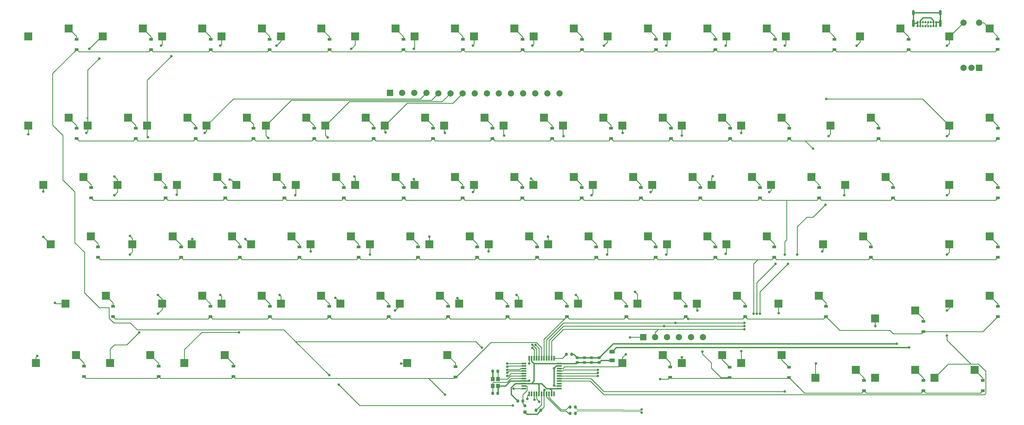
<source format=gbr>
%TF.GenerationSoftware,KiCad,Pcbnew,(6.0.0)*%
%TF.CreationDate,2022-01-14T20:24:59+07:00*%
%TF.ProjectId,fese75,66657365-3735-42e6-9b69-6361645f7063,rev?*%
%TF.SameCoordinates,Original*%
%TF.FileFunction,Copper,L2,Bot*%
%TF.FilePolarity,Positive*%
%FSLAX46Y46*%
G04 Gerber Fmt 4.6, Leading zero omitted, Abs format (unit mm)*
G04 Created by KiCad (PCBNEW (6.0.0)) date 2022-01-14 20:24:59*
%MOMM*%
%LPD*%
G01*
G04 APERTURE LIST*
G04 Aperture macros list*
%AMRoundRect*
0 Rectangle with rounded corners*
0 $1 Rounding radius*
0 $2 $3 $4 $5 $6 $7 $8 $9 X,Y pos of 4 corners*
0 Add a 4 corners polygon primitive as box body*
4,1,4,$2,$3,$4,$5,$6,$7,$8,$9,$2,$3,0*
0 Add four circle primitives for the rounded corners*
1,1,$1+$1,$2,$3*
1,1,$1+$1,$4,$5*
1,1,$1+$1,$6,$7*
1,1,$1+$1,$8,$9*
0 Add four rect primitives between the rounded corners*
20,1,$1+$1,$2,$3,$4,$5,0*
20,1,$1+$1,$4,$5,$6,$7,0*
20,1,$1+$1,$6,$7,$8,$9,0*
20,1,$1+$1,$8,$9,$2,$3,0*%
G04 Aperture macros list end*
%TA.AperFunction,SMDPad,CuDef*%
%ADD10R,2.550000X2.500000*%
%TD*%
%TA.AperFunction,ComponentPad*%
%ADD11C,1.000000*%
%TD*%
%TA.AperFunction,ComponentPad*%
%ADD12C,0.700000*%
%TD*%
%TA.AperFunction,ComponentPad*%
%ADD13O,0.900000X2.400000*%
%TD*%
%TA.AperFunction,ComponentPad*%
%ADD14O,0.900000X1.700000*%
%TD*%
%TA.AperFunction,ComponentPad*%
%ADD15R,1.000000X1.000000*%
%TD*%
%TA.AperFunction,SMDPad,CuDef*%
%ADD16R,1.200000X0.900000*%
%TD*%
%TA.AperFunction,ComponentPad*%
%ADD17C,2.000000*%
%TD*%
%TA.AperFunction,ComponentPad*%
%ADD18R,2.000000X2.000000*%
%TD*%
%TA.AperFunction,SMDPad,CuDef*%
%ADD19RoundRect,0.200000X-0.200000X-0.275000X0.200000X-0.275000X0.200000X0.275000X-0.200000X0.275000X0*%
%TD*%
%TA.AperFunction,SMDPad,CuDef*%
%ADD20RoundRect,0.200000X0.200000X0.275000X-0.200000X0.275000X-0.200000X-0.275000X0.200000X-0.275000X0*%
%TD*%
%TA.AperFunction,SMDPad,CuDef*%
%ADD21RoundRect,0.225000X0.250000X-0.225000X0.250000X0.225000X-0.250000X0.225000X-0.250000X-0.225000X0*%
%TD*%
%TA.AperFunction,SMDPad,CuDef*%
%ADD22RoundRect,0.225000X0.225000X0.250000X-0.225000X0.250000X-0.225000X-0.250000X0.225000X-0.250000X0*%
%TD*%
%TA.AperFunction,SMDPad,CuDef*%
%ADD23RoundRect,0.250000X0.625000X-0.375000X0.625000X0.375000X-0.625000X0.375000X-0.625000X-0.375000X0*%
%TD*%
%TA.AperFunction,SMDPad,CuDef*%
%ADD24RoundRect,0.225000X-0.225000X-0.250000X0.225000X-0.250000X0.225000X0.250000X-0.225000X0.250000X0*%
%TD*%
%TA.AperFunction,SMDPad,CuDef*%
%ADD25R,1.200000X1.400000*%
%TD*%
%TA.AperFunction,SMDPad,CuDef*%
%ADD26R,0.550000X1.500000*%
%TD*%
%TA.AperFunction,SMDPad,CuDef*%
%ADD27R,1.500000X0.550000*%
%TD*%
%TA.AperFunction,ViaPad*%
%ADD28C,0.800000*%
%TD*%
%TA.AperFunction,Conductor*%
%ADD29C,0.250000*%
%TD*%
%TA.AperFunction,Conductor*%
%ADD30C,0.254000*%
%TD*%
%TA.AperFunction,Conductor*%
%ADD31C,0.381000*%
%TD*%
%TA.AperFunction,Conductor*%
%ADD32C,0.200000*%
%TD*%
G04 APERTURE END LIST*
D10*
%TO.P,R1,1,COL*%
%TO.N,COL5*%
X121096250Y-105453750D03*
%TO.P,R1,2,ROW*%
%TO.N,Net-(D35-Pad2)*%
X134023250Y-102913750D03*
%TD*%
%TO.P,H1,1,COL*%
%TO.N,COL7*%
X163958750Y-124503750D03*
%TO.P,H1,2,ROW*%
%TO.N,Net-(D53-Pad2)*%
X176885750Y-121963750D03*
%TD*%
%TO.P,/1,1,COL*%
%TO.N,COL11*%
X249683750Y-143553750D03*
%TO.P,/1,2,ROW*%
%TO.N,Net-(/1-Pad2)*%
X262610750Y-141013750D03*
%TD*%
%TO.P,[1,1,COL*%
%TO.N,COL12*%
X254446250Y-105453750D03*
%TO.P,[1,2,ROW*%
%TO.N,Net-(D42-Pad2)*%
X267373250Y-102913750D03*
%TD*%
%TO.P,MX8,1,COL*%
%TO.N,COL9*%
X187771250Y-86403750D03*
%TO.P,MX8,2,ROW*%
%TO.N,Net-(D24-Pad2)*%
X200698250Y-83863750D03*
%TD*%
%TO.P,UP1,1,COL*%
%TO.N,COL14*%
X306833750Y-148316250D03*
%TO.P,UP1,2,ROW*%
%TO.N,Net-(D73-Pad2)*%
X319760750Y-145776250D03*
%TD*%
%TO.P,F7,1,COL*%
%TO.N,COL8*%
X178289106Y-57828750D03*
%TO.P,F7,2,ROW*%
%TO.N,Net-(D8-Pad2)*%
X191216106Y-55288750D03*
%TD*%
%TO.P,WIN1,1,COL*%
%TO.N,COL2*%
X61565000Y-162603750D03*
%TO.P,WIN1,2,ROW*%
%TO.N,Net-(D76-Pad2)*%
X74492000Y-160063750D03*
%TD*%
%TO.P,MX6,1,COL*%
%TO.N,COL7*%
X149671250Y-86403750D03*
%TO.P,MX6,2,ROW*%
%TO.N,Net-(D22-Pad2)*%
X162598250Y-83863750D03*
%TD*%
%TO.P,TAB1,1,COL*%
%TO.N,COL1*%
X40133750Y-105453750D03*
%TO.P,TAB1,2,ROW*%
%TO.N,Net-(D31-Pad2)*%
X53060750Y-102913750D03*
%TD*%
%TO.P,MX7,1,COL*%
%TO.N,COL8*%
X168721250Y-86403750D03*
%TO.P,MX7,2,ROW*%
%TO.N,Net-(D23-Pad2)*%
X181648250Y-83863750D03*
%TD*%
%TO.P,MX5,1,COL*%
%TO.N,COL6*%
X130621250Y-86403750D03*
%TO.P,MX5,2,ROW*%
%TO.N,Net-(D21-Pad2)*%
X143548250Y-83863750D03*
%TD*%
%TO.P,Q1,1,COL*%
%TO.N,COL2*%
X63946250Y-105453750D03*
%TO.P,Q1,2,ROW*%
%TO.N,Net-(D32-Pad2)*%
X76873250Y-102913750D03*
%TD*%
%TO.P,BACK1,1,COL*%
%TO.N,COL14*%
X292546250Y-86403750D03*
%TO.P,BACK1,2,ROW*%
%TO.N,Net-(BACK1-Pad2)*%
X305473250Y-83863750D03*
%TD*%
%TO.P,E1,1,COL*%
%TO.N,COL4*%
X102046250Y-105453750D03*
%TO.P,E1,2,ROW*%
%TO.N,Net-(D34-Pad2)*%
X114973250Y-102913750D03*
%TD*%
%TO.P,;1,1,COL*%
%TO.N,COL11*%
X240158750Y-124503750D03*
%TO.P,;1,2,ROW*%
%TO.N,Net-(;1-Pad2)*%
X253085750Y-121963750D03*
%TD*%
%TO.P,\u002C1,1,COL*%
%TO.N,COL9*%
X211583750Y-143553750D03*
%TO.P,\u002C1,2,ROW*%
%TO.N,Net-(\u002C1-Pad2)*%
X224510750Y-141013750D03*
%TD*%
%TO.P,P1,1,COL*%
%TO.N,COL11*%
X235396250Y-105453750D03*
%TO.P,P1,2,ROW*%
%TO.N,Net-(D41-Pad2)*%
X248323250Y-102913750D03*
%TD*%
%TO.P,ALT2,1,COL*%
%TO.N,COL10*%
X225871250Y-162603750D03*
%TO.P,ALT2,2,ROW*%
%TO.N,Net-(ALT2-Pad2)*%
X238798250Y-160063750D03*
%TD*%
%TO.P,X1,1,COL*%
%TO.N,COL3*%
X97283750Y-143553750D03*
%TO.P,X1,2,ROW*%
%TO.N,Net-(D63-Pad2)*%
X110210750Y-141013750D03*
%TD*%
%TO.P,ENTER1,1,COL*%
%TO.N,COL13*%
X290165000Y-124503750D03*
%TO.P,ENTER1,2,ROW*%
%TO.N,Net-(D59-Pad2)*%
X303092000Y-121963750D03*
%TD*%
D11*
%TO.P,TP1,1,1*%
%TO.N,Net-(R2-Pad2)*%
X194600000Y-176300000D03*
%TD*%
D10*
%TO.P,OPT3,1,COL*%
%TO.N,COL15*%
X330646250Y-105466250D03*
%TO.P,OPT3,2,ROW*%
%TO.N,Net-(D45-Pad2)*%
X343573250Y-102926250D03*
%TD*%
%TO.P,F5,1,COL*%
%TO.N,COL6*%
X140146250Y-57828750D03*
%TO.P,F5,2,ROW*%
%TO.N,Net-(D6-Pad2)*%
X153073250Y-55288750D03*
%TD*%
%TO.P,F9,1,COL*%
%TO.N,COL10*%
X221120656Y-57828750D03*
%TO.P,F9,2,ROW*%
%TO.N,Net-(D10-Pad2)*%
X234047656Y-55288750D03*
%TD*%
%TO.P,OPT2,1,COL*%
%TO.N,COL15*%
X330646250Y-86403750D03*
%TO.P,OPT2,2,ROW*%
%TO.N,Net-(D30-Pad2)*%
X343573250Y-83863750D03*
%TD*%
%TO.P,ALT1,1,COL*%
%TO.N,COL3*%
X85377500Y-162603750D03*
%TO.P,ALT1,2,ROW*%
%TO.N,Net-(ALT1-Pad2)*%
X98304500Y-160063750D03*
%TD*%
%TO.P,`~1,1,COL*%
%TO.N,COL1*%
X35371250Y-86403750D03*
%TO.P,`~1,2,ROW*%
%TO.N,Net-(D16-Pad2)*%
X48298250Y-83863750D03*
%TD*%
%TO.P,J1,1,COL*%
%TO.N,COL8*%
X183008750Y-124503750D03*
%TO.P,J1,2,ROW*%
%TO.N,Net-(D54-Pad2)*%
X195935750Y-121963750D03*
%TD*%
%TO.P,O1,1,COL*%
%TO.N,COL10*%
X216346250Y-105453750D03*
%TO.P,O1,2,ROW*%
%TO.N,Net-(D40-Pad2)*%
X229273250Y-102913750D03*
%TD*%
%TO.P,F13,1,COL*%
%TO.N,COL5*%
X125858750Y-124503750D03*
%TO.P,F13,2,ROW*%
%TO.N,Net-(D51-Pad2)*%
X138785750Y-121963750D03*
%TD*%
%TO.P,L1,1,COL*%
%TO.N,COL10*%
X221108750Y-124503750D03*
%TO.P,L1,2,ROW*%
%TO.N,Net-(D56-Pad2)*%
X234035750Y-121963750D03*
%TD*%
%TO.P,B1,1,COL*%
%TO.N,COL6*%
X154433750Y-143553750D03*
%TO.P,B1,2,ROW*%
%TO.N,Net-(B1-Pad2)*%
X167360750Y-141013750D03*
%TD*%
D12*
%TO.P,J2,A1,GND*%
%TO.N,GND*%
X326443750Y-54537500D03*
%TO.P,J2,A4,VBUS*%
%TO.N,VCC*%
X325593750Y-54537500D03*
%TO.P,J2,A5,CC1*%
%TO.N,unconnected-(J2-PadA5)*%
X324743750Y-54537500D03*
%TO.P,J2,A6,D+*%
%TO.N,D+*%
X323893750Y-54537500D03*
%TO.P,J2,A7,D-*%
%TO.N,D-*%
X323043750Y-54537500D03*
%TO.P,J2,A8,SBU1*%
%TO.N,unconnected-(J2-PadA8)*%
X322193750Y-54537500D03*
%TO.P,J2,A9,VBUS*%
%TO.N,VCC*%
X321343750Y-54537500D03*
%TO.P,J2,A12,GND*%
%TO.N,GND*%
X320493750Y-54537500D03*
%TO.P,J2,B1,GND*%
X320493750Y-53187500D03*
%TO.P,J2,B4,VBUS*%
%TO.N,VCC*%
X321343750Y-53187500D03*
%TO.P,J2,B5,CC2*%
%TO.N,unconnected-(J2-PadB5)*%
X322193750Y-53187500D03*
%TO.P,J2,B6,D+*%
%TO.N,D+*%
X323043750Y-53187500D03*
%TO.P,J2,B7,D-*%
%TO.N,D-*%
X323893750Y-53187500D03*
%TO.P,J2,B8,SBU2*%
%TO.N,unconnected-(J2-PadB8)*%
X324743750Y-53187500D03*
%TO.P,J2,B9,VBUS*%
%TO.N,VCC*%
X325593750Y-53187500D03*
%TO.P,J2,B12,GND*%
%TO.N,GND*%
X326443750Y-53187500D03*
D13*
%TO.P,J2,S1,SHIELD*%
X319143750Y-53557500D03*
X327793750Y-53557500D03*
D14*
X319143750Y-50177500D03*
X327793750Y-50177500D03*
%TD*%
D10*
%TO.P,MX9,1,COL*%
%TO.N,COL10*%
X206821250Y-86403750D03*
%TO.P,MX9,2,ROW*%
%TO.N,Net-(D25-Pad2)*%
X219748250Y-83863750D03*
%TD*%
%TO.P,SPACE1,1,COL*%
%TO.N,COL6*%
X156815000Y-162603750D03*
%TO.P,SPACE1,2,ROW*%
%TO.N,Net-(D78-Pad2)*%
X169742000Y-160063750D03*
%TD*%
%TO.P,F1,1,COL*%
%TO.N,COL2*%
X59183750Y-57828750D03*
%TO.P,F1,2,ROW*%
%TO.N,Net-(D2-Pad2)*%
X72110750Y-55288750D03*
%TD*%
%TO.P,DEL1,1,COL*%
%TO.N,COL14*%
X302071250Y-57828750D03*
%TO.P,DEL1,2,ROW*%
%TO.N,Net-(D14-Pad2)*%
X314998250Y-55288750D03*
%TD*%
%TO.P,D46,1,COL*%
%TO.N,COL4*%
X106808750Y-124503750D03*
%TO.P,D46,2,ROW*%
%TO.N,Net-(D46-Pad2)*%
X119735750Y-121963750D03*
%TD*%
%TO.P,U1,1,COL*%
%TO.N,COL8*%
X178246250Y-105453750D03*
%TO.P,U1,2,ROW*%
%TO.N,Net-(D38-Pad2)*%
X191173250Y-102913750D03*
%TD*%
%TO.P,V1,1,COL*%
%TO.N,COL5*%
X135383750Y-143553750D03*
%TO.P,V1,2,ROW*%
%TO.N,Net-(D65-Pad2)*%
X148310750Y-141013750D03*
%TD*%
%TO.P,G1,1,COL*%
%TO.N,COL6*%
X144908750Y-124503750D03*
%TO.P,G1,2,ROW*%
%TO.N,Net-(D52-Pad2)*%
X157835750Y-121963750D03*
%TD*%
%TO.P,Z1,1,COL*%
%TO.N,COL2*%
X78233750Y-143553750D03*
%TO.P,Z1,2,ROW*%
%TO.N,Net-(D62-Pad2)*%
X91160750Y-141013750D03*
%TD*%
%TO.P,'1,1,COL*%
%TO.N,COL12*%
X259208750Y-124503750D03*
%TO.P,'1,2,ROW*%
%TO.N,Net-('1-Pad2)*%
X272135750Y-121963750D03*
%TD*%
%TO.P,CTL1,1,COL*%
%TO.N,COL12*%
X263971250Y-162603750D03*
%TO.P,CTL1,2,ROW*%
%TO.N,Net-(CTL1-Pad2)*%
X276898250Y-160063750D03*
%TD*%
%TO.P,Y1,1,COL*%
%TO.N,COL7*%
X159196250Y-105453750D03*
%TO.P,Y1,2,ROW*%
%TO.N,Net-(D37-Pad2)*%
X172123250Y-102913750D03*
%TD*%
%TO.P,W1,1,COL*%
%TO.N,COL3*%
X82996250Y-105453750D03*
%TO.P,W1,2,ROW*%
%TO.N,Net-(D33-Pad2)*%
X95923250Y-102913750D03*
%TD*%
%TO.P,F3,1,COL*%
%TO.N,COL4*%
X97301309Y-57828750D03*
%TO.P,F3,2,ROW*%
%TO.N,Net-(D4-Pad2)*%
X110228309Y-55288750D03*
%TD*%
%TO.P,LEFT1,1,COL*%
%TO.N,COL13*%
X287765000Y-167347500D03*
%TO.P,LEFT1,2,ROW*%
%TO.N,Net-(D82-Pad2)*%
X300692000Y-164807500D03*
%TD*%
%TO.P,C1,1,COL*%
%TO.N,COL4*%
X116333750Y-143553750D03*
%TO.P,C1,2,ROW*%
%TO.N,Net-(C1-Pad2)*%
X129260750Y-141013750D03*
%TD*%
%TO.P,F8,1,COL*%
%TO.N,COL9*%
X197360534Y-57828750D03*
%TO.P,F8,2,ROW*%
%TO.N,Net-(D9-Pad2)*%
X210287534Y-55288750D03*
%TD*%
%TO.P,]1,1,COL*%
%TO.N,COL13*%
X273496250Y-105453750D03*
%TO.P,]1,2,ROW*%
%TO.N,Net-(D43-Pad2)*%
X286423250Y-102913750D03*
%TD*%
%TO.P,K1,1,COL*%
%TO.N,COL9*%
X202058750Y-124503750D03*
%TO.P,K1,2,ROW*%
%TO.N,Net-(D55-Pad2)*%
X214985750Y-121963750D03*
%TD*%
%TO.P,F4,1,COL*%
%TO.N,COL5*%
X116368868Y-57828750D03*
%TO.P,F4,2,ROW*%
%TO.N,Net-(D5-Pad2)*%
X129295868Y-55288750D03*
%TD*%
%TO.P,DOWN1,1,COL*%
%TO.N,COL14*%
X306833750Y-167366250D03*
%TO.P,DOWN1,2,ROW*%
%TO.N,Net-(D83-Pad2)*%
X319760750Y-164826250D03*
%TD*%
%TO.P,OPT5,1,COL*%
%TO.N,COL15*%
X330646250Y-143591250D03*
%TO.P,OPT5,2,ROW*%
%TO.N,Net-(D74-Pad2)*%
X343573250Y-141051250D03*
%TD*%
%TO.P,FN1,1,COL*%
%TO.N,COL11*%
X244921250Y-162603750D03*
%TO.P,FN1,2,ROW*%
%TO.N,Net-(D80-Pad2)*%
X257848250Y-160063750D03*
%TD*%
%TO.P,F12,1,COL*%
%TO.N,COL13*%
X278234938Y-57828750D03*
%TO.P,F12,2,ROW*%
%TO.N,Net-(D13-Pad2)*%
X291161938Y-55288750D03*
%TD*%
%TO.P,R_SHIFT1,1,COL*%
%TO.N,COL12*%
X275877500Y-143553750D03*
%TO.P,R_SHIFT1,2,ROW*%
%TO.N,Net-(D72-Pad2)*%
X288804500Y-141013750D03*
%TD*%
%TO.P,esc1,1,COL*%
%TO.N,COL1*%
X35371250Y-57828750D03*
%TO.P,esc1,2,ROW*%
%TO.N,Net-(D1-Pad2)*%
X48298250Y-55288750D03*
%TD*%
%TO.P,\u005C1,1,COL*%
%TO.N,COL14*%
X297308750Y-105453750D03*
%TO.P,\u005C1,2,ROW*%
%TO.N,Net-(D44-Pad2)*%
X310235750Y-102913750D03*
%TD*%
%TO.P,OPT4,1,COL*%
%TO.N,COL15*%
X330646250Y-124528750D03*
%TO.P,OPT4,2,ROW*%
%TO.N,Net-(D60-Pad2)*%
X343573250Y-121988750D03*
%TD*%
%TO.P,F11,1,COL*%
%TO.N,COL12*%
X259196844Y-57828750D03*
%TO.P,F11,2,ROW*%
%TO.N,Net-(D12-Pad2)*%
X272123844Y-55288750D03*
%TD*%
%TO.P,A1,1,COL*%
%TO.N,COL2*%
X68708750Y-124503750D03*
%TO.P,A1,2,ROW*%
%TO.N,Net-(A1-Pad2)*%
X81635750Y-121963750D03*
%TD*%
%TO.P,MX3,1,COL*%
%TO.N,COL4*%
X92521250Y-86403750D03*
%TO.P,MX3,2,ROW*%
%TO.N,Net-(D19-Pad2)*%
X105448250Y-83863750D03*
%TD*%
%TO.P,MX4,1,COL*%
%TO.N,COL5*%
X111571250Y-86403750D03*
%TO.P,MX4,2,ROW*%
%TO.N,Net-(D20-Pad2)*%
X124498250Y-83863750D03*
%TD*%
%TO.P,MX2,1,COL*%
%TO.N,COL3*%
X73471250Y-86403750D03*
%TO.P,MX2,2,ROW*%
%TO.N,Net-(D18-Pad2)*%
X86398250Y-83863750D03*
%TD*%
%TO.P,I1,1,COL*%
%TO.N,COL9*%
X197296250Y-105453750D03*
%TO.P,I1,2,ROW*%
%TO.N,Net-(D39-Pad2)*%
X210223250Y-102913750D03*
%TD*%
%TO.P,MX1,1,COL*%
%TO.N,COL2*%
X54421250Y-86403750D03*
%TO.P,MX1,2,ROW*%
%TO.N,Net-(D17-Pad2)*%
X67348250Y-83863750D03*
%TD*%
%TO.P,.1,1,COL*%
%TO.N,COL10*%
X230633750Y-143553750D03*
%TO.P,.1,2,ROW*%
%TO.N,Net-(.1-Pad2)*%
X243560750Y-141013750D03*
%TD*%
%TO.P,F6,1,COL*%
%TO.N,COL7*%
X159217678Y-57828750D03*
%TO.P,F6,2,ROW*%
%TO.N,Net-(D7-Pad2)*%
X172144678Y-55288750D03*
%TD*%
%TO.P,CAPS1,1,COL*%
%TO.N,COL1*%
X42515000Y-124503750D03*
%TO.P,CAPS1,2,ROW*%
%TO.N,Net-(CAPS1-Pad2)*%
X55442000Y-121963750D03*
%TD*%
%TO.P,RIGHT1,1,COL*%
%TO.N,COL15*%
X325883750Y-167366250D03*
%TO.P,RIGHT1,2,ROW*%
%TO.N,Net-(D84-Pad2)*%
X338810750Y-164826250D03*
%TD*%
%TO.P,L_SHIFT1,1,COL*%
%TO.N,COL1*%
X47277500Y-143553750D03*
%TO.P,L_SHIFT1,2,ROW*%
%TO.N,Net-(D61-Pad2)*%
X60204500Y-141013750D03*
%TD*%
%TO.P,F10,1,COL*%
%TO.N,COL11*%
X240158750Y-57828750D03*
%TO.P,F10,2,ROW*%
%TO.N,Net-(D11-Pad2)*%
X253085750Y-55288750D03*
%TD*%
%TO.P,M1,1,COL*%
%TO.N,COL8*%
X192533750Y-143553750D03*
%TO.P,M1,2,ROW*%
%TO.N,Net-(D68-Pad2)*%
X205460750Y-141013750D03*
%TD*%
%TO.P,+1,1,COL*%
%TO.N,COL13*%
X263971250Y-86403750D03*
%TO.P,+1,2,ROW*%
%TO.N,Net-(+1-Pad2)*%
X276898250Y-83863750D03*
%TD*%
D15*
%TO.P,TP2,1,1*%
%TO.N,GND*%
X194600000Y-178400000D03*
%TD*%
D10*
%TO.P,F2,1,COL*%
%TO.N,COL3*%
X78233750Y-57828750D03*
%TO.P,F2,2,ROW*%
%TO.N,Net-(D3-Pad2)*%
X91160750Y-55288750D03*
%TD*%
%TO.P,N1,1,COL*%
%TO.N,COL7*%
X173483750Y-143553750D03*
%TO.P,N1,2,ROW*%
%TO.N,Net-(D67-Pad2)*%
X186410750Y-141013750D03*
%TD*%
%TO.P,MX10,1,COL*%
%TO.N,COL11*%
X225871250Y-86403750D03*
%TO.P,MX10,2,ROW*%
%TO.N,Net-(D26-Pad2)*%
X238798250Y-83863750D03*
%TD*%
%TO.P,-1,1,COL*%
%TO.N,COL12*%
X244921250Y-86403750D03*
%TO.P,-1,2,ROW*%
%TO.N,Net-(-1-Pad2)*%
X257848250Y-83863750D03*
%TD*%
%TO.P,CLT1,1,COL*%
%TO.N,COL1*%
X37752500Y-162603750D03*
%TO.P,CLT1,2,ROW*%
%TO.N,Net-(CLT1-Pad2)*%
X50679500Y-160063750D03*
%TD*%
%TO.P,S1,1,COL*%
%TO.N,COL3*%
X87758750Y-124503750D03*
%TO.P,S1,2,ROW*%
%TO.N,Net-(D49-Pad2)*%
X100685750Y-121963750D03*
%TD*%
%TO.P,T1,1,COL*%
%TO.N,COL6*%
X140146250Y-105453750D03*
%TO.P,T1,2,ROW*%
%TO.N,Net-(D36-Pad2)*%
X153073250Y-102913750D03*
%TD*%
%TO.P,OPT1,1,COL*%
%TO.N,COL15*%
X330646250Y-57828750D03*
%TO.P,OPT1,2,ROW*%
%TO.N,/ROT1*%
X343573250Y-55288750D03*
%TD*%
D16*
%TO.P,D11,1,K*%
%TO.N,ROW1*%
X255672322Y-61996250D03*
%TO.P,D11,2,A*%
%TO.N,Net-(D11-Pad2)*%
X255672322Y-58696250D03*
%TD*%
%TO.P,D9,1,K*%
%TO.N,ROW1*%
X212881250Y-61996250D03*
%TO.P,D9,2,A*%
%TO.N,Net-(D9-Pad2)*%
X212881250Y-58696250D03*
%TD*%
%TO.P,D49,1,K*%
%TO.N,ROW4*%
X103168750Y-128671250D03*
%TO.P,D49,2,A*%
%TO.N,Net-(D49-Pad2)*%
X103168750Y-125371250D03*
%TD*%
%TO.P,D78,1,K*%
%TO.N,ROW6*%
X172300000Y-167093750D03*
%TO.P,D78,2,A*%
%TO.N,Net-(D78-Pad2)*%
X172300000Y-163793750D03*
%TD*%
%TO.P,D24,1,K*%
%TO.N,ROW2*%
X203281250Y-90571250D03*
%TO.P,D24,2,A*%
%TO.N,Net-(D24-Pad2)*%
X203281250Y-87271250D03*
%TD*%
D17*
%TO.P,TP13,1,1*%
%TO.N,COL11*%
X190131250Y-76043750D03*
%TD*%
D16*
%TO.P,D19,1,K*%
%TO.N,ROW2*%
X107556250Y-90571250D03*
%TO.P,D19,2,A*%
%TO.N,Net-(D19-Pad2)*%
X107556250Y-87271250D03*
%TD*%
%TO.P,D82,1,K*%
%TO.N,ROW6*%
X303268750Y-171515000D03*
%TO.P,D82,2,A*%
%TO.N,Net-(D82-Pad2)*%
X303268750Y-168215000D03*
%TD*%
%TO.P,D61,1,K*%
%TO.N,ROW5*%
X62487500Y-147721250D03*
%TO.P,D61,2,A*%
%TO.N,Net-(D61-Pad2)*%
X62487500Y-144421250D03*
%TD*%
%TO.P,D34,1,K*%
%TO.N,ROW3*%
X117506250Y-109621250D03*
%TO.P,D34,2,A*%
%TO.N,Net-(D34-Pad2)*%
X117506250Y-106321250D03*
%TD*%
%TO.P,D43,1,K*%
%TO.N,ROW3*%
X288956250Y-109621250D03*
%TO.P,D43,2,A*%
%TO.N,Net-(D43-Pad2)*%
X288956250Y-106321250D03*
%TD*%
D17*
%TO.P,TP4,1,1*%
%TO.N,COL2*%
X155224111Y-75943750D03*
%TD*%
D16*
%TO.P,D53,1,K*%
%TO.N,ROW4*%
X179293750Y-128671250D03*
%TO.P,D53,2,A*%
%TO.N,Net-(D53-Pad2)*%
X179293750Y-125371250D03*
%TD*%
%TO.P,D57,1,K*%
%TO.N,ROW4*%
X255668750Y-128671250D03*
%TO.P,D57,2,A*%
%TO.N,Net-(;1-Pad2)*%
X255668750Y-125371250D03*
%TD*%
%TO.P,D14,1,K*%
%TO.N,ROW1*%
X317625000Y-62012500D03*
%TO.P,D14,2,A*%
%TO.N,Net-(D14-Pad2)*%
X317625000Y-58712500D03*
%TD*%
%TO.P,D3,1,K*%
%TO.N,ROW1*%
X93803869Y-61996250D03*
%TO.P,D3,2,A*%
%TO.N,Net-(D3-Pad2)*%
X93803869Y-58696250D03*
%TD*%
%TO.P,D2,1,K*%
%TO.N,ROW1*%
X74706250Y-62037500D03*
%TO.P,D2,2,A*%
%TO.N,Net-(D2-Pad2)*%
X74706250Y-58737500D03*
%TD*%
%TO.P,D52,1,K*%
%TO.N,ROW4*%
X160318750Y-128671250D03*
%TO.P,D52,2,A*%
%TO.N,Net-(D52-Pad2)*%
X160318750Y-125371250D03*
%TD*%
%TO.P,D75,1,K*%
%TO.N,ROW6*%
X53237500Y-166968750D03*
%TO.P,D75,2,A*%
%TO.N,Net-(CLT1-Pad2)*%
X53237500Y-163668750D03*
%TD*%
%TO.P,D54,1,K*%
%TO.N,ROW4*%
X198468750Y-128671250D03*
%TO.P,D54,2,A*%
%TO.N,Net-(D54-Pad2)*%
X198468750Y-125371250D03*
%TD*%
%TO.P,D56,1,K*%
%TO.N,ROW4*%
X236468750Y-128671250D03*
%TO.P,D56,2,A*%
%TO.N,Net-(D56-Pad2)*%
X236468750Y-125371250D03*
%TD*%
%TO.P,D79,1,K*%
%TO.N,ROW6*%
X241181250Y-167193750D03*
%TO.P,D79,2,A*%
%TO.N,Net-(ALT2-Pad2)*%
X241181250Y-163893750D03*
%TD*%
%TO.P,D80,1,K*%
%TO.N,ROW6*%
X260206250Y-167243750D03*
%TO.P,D80,2,A*%
%TO.N,Net-(D80-Pad2)*%
X260206250Y-163943750D03*
%TD*%
%TO.P,D35,1,K*%
%TO.N,ROW3*%
X136556250Y-109621250D03*
%TO.P,D35,2,A*%
%TO.N,Net-(D35-Pad2)*%
X136556250Y-106321250D03*
%TD*%
%TO.P,D16,1,K*%
%TO.N,ROW2*%
X50856250Y-90571250D03*
%TO.P,D16,2,A*%
%TO.N,Net-(D16-Pad2)*%
X50856250Y-87271250D03*
%TD*%
%TO.P,D48,1,K*%
%TO.N,ROW4*%
X84318750Y-128671250D03*
%TO.P,D48,2,A*%
%TO.N,Net-(A1-Pad2)*%
X84318750Y-125371250D03*
%TD*%
D18*
%TO.P,TP3,1,1*%
%TO.N,COL1*%
X151345540Y-75943750D03*
%TD*%
D16*
%TO.P,D30,1,K*%
%TO.N,ROW2*%
X346193750Y-90556250D03*
%TO.P,D30,2,A*%
%TO.N,Net-(D30-Pad2)*%
X346193750Y-87256250D03*
%TD*%
D17*
%TO.P,TP9,1,1*%
%TO.N,COL7*%
X174616966Y-76043750D03*
%TD*%
%TO.P,TP7,1,1*%
%TO.N,COL5*%
X166859824Y-76043750D03*
%TD*%
D16*
%TO.P,D83,1,K*%
%TO.N,ROW6*%
X322368750Y-171481250D03*
%TO.P,D83,2,A*%
%TO.N,Net-(D83-Pad2)*%
X322368750Y-168181250D03*
%TD*%
%TO.P,D13,1,K*%
%TO.N,ROW1*%
X293805656Y-61996250D03*
%TO.P,D13,2,A*%
%TO.N,Net-(D13-Pad2)*%
X293805656Y-58696250D03*
%TD*%
%TO.P,D41,1,K*%
%TO.N,ROW3*%
X250856250Y-109621250D03*
%TO.P,D41,2,A*%
%TO.N,Net-(D41-Pad2)*%
X250856250Y-106321250D03*
%TD*%
D19*
%TO.P,R2,1*%
%TO.N,+5V*%
X192275000Y-174787500D03*
%TO.P,R2,2*%
%TO.N,Net-(R2-Pad2)*%
X193925000Y-174787500D03*
%TD*%
D16*
%TO.P,D21,1,K*%
%TO.N,ROW2*%
X146106250Y-90571250D03*
%TO.P,D21,2,A*%
%TO.N,Net-(D21-Pad2)*%
X146106250Y-87271250D03*
%TD*%
%TO.P,D71,1,K*%
%TO.N,ROW5*%
X265193750Y-147721250D03*
%TO.P,D71,2,A*%
%TO.N,Net-(/1-Pad2)*%
X265193750Y-144421250D03*
%TD*%
D20*
%TO.P,R4,1*%
%TO.N,D-*%
X210750000Y-176787500D03*
%TO.P,R4,2*%
%TO.N,Net-(R4-Pad2)*%
X209100000Y-176787500D03*
%TD*%
D16*
%TO.P,D32,1,K*%
%TO.N,ROW3*%
X79406250Y-109621250D03*
%TO.P,D32,2,A*%
%TO.N,Net-(D32-Pad2)*%
X79406250Y-106321250D03*
%TD*%
%TO.P,D40,1,K*%
%TO.N,ROW3*%
X231756250Y-109621250D03*
%TO.P,D40,2,A*%
%TO.N,Net-(D40-Pad2)*%
X231756250Y-106321250D03*
%TD*%
%TO.P,D51,1,K*%
%TO.N,ROW4*%
X141293750Y-128671250D03*
%TO.P,D51,2,A*%
%TO.N,Net-(D51-Pad2)*%
X141293750Y-125371250D03*
%TD*%
D17*
%TO.P,TP14,1,1*%
%TO.N,COL12*%
X194009821Y-76043750D03*
%TD*%
D16*
%TO.P,D47,1,K*%
%TO.N,ROW4*%
X57725000Y-128671250D03*
%TO.P,D47,2,A*%
%TO.N,Net-(CAPS1-Pad2)*%
X57725000Y-125371250D03*
%TD*%
D19*
%TO.P,R5,1*%
%TO.N,Net-(R5-Pad1)*%
X207925000Y-159787500D03*
%TO.P,R5,2*%
%TO.N,GND*%
X209575000Y-159787500D03*
%TD*%
D16*
%TO.P,D27,1,K*%
%TO.N,ROW2*%
X260406250Y-90571250D03*
%TO.P,D27,2,A*%
%TO.N,Net-(-1-Pad2)*%
X260406250Y-87271250D03*
%TD*%
%TO.P,D29,1,K*%
%TO.N,ROW2*%
X307931250Y-90571250D03*
%TO.P,D29,2,A*%
%TO.N,Net-(BACK1-Pad2)*%
X307931250Y-87271250D03*
%TD*%
D21*
%TO.P,C6,1*%
%TO.N,+5V*%
X215958750Y-162462500D03*
%TO.P,C6,2*%
%TO.N,GND*%
X215958750Y-160912500D03*
%TD*%
D16*
%TO.P,D7,1,K*%
%TO.N,ROW1*%
X174714582Y-61996250D03*
%TO.P,D7,2,A*%
%TO.N,Net-(D7-Pad2)*%
X174714582Y-58696250D03*
%TD*%
D22*
%TO.P,C3,1*%
%TO.N,GND*%
X185850000Y-172368750D03*
%TO.P,C3,2*%
%TO.N,Net-(C3-Pad2)*%
X184300000Y-172368750D03*
%TD*%
D16*
%TO.P,D84,1,K*%
%TO.N,ROW6*%
X341418750Y-171515000D03*
%TO.P,D84,2,A*%
%TO.N,Net-(D84-Pad2)*%
X341418750Y-168215000D03*
%TD*%
D23*
%TO.P,F14,1*%
%TO.N,+5V*%
X222500000Y-161800000D03*
%TO.P,F14,2*%
%TO.N,VCC*%
X222500000Y-159000000D03*
%TD*%
D17*
%TO.P,TP5,1,1*%
%TO.N,COL3*%
X159102682Y-75943750D03*
%TD*%
D16*
%TO.P,D81,1,K*%
%TO.N,ROW6*%
X279256250Y-167293750D03*
%TO.P,D81,2,A*%
%TO.N,Net-(CTL1-Pad2)*%
X279256250Y-163993750D03*
%TD*%
%TO.P,D1,1,K*%
%TO.N,ROW1*%
X50816250Y-61996250D03*
%TO.P,D1,2,A*%
%TO.N,Net-(D1-Pad2)*%
X50816250Y-58696250D03*
%TD*%
%TO.P,D70,1,K*%
%TO.N,ROW5*%
X246132630Y-147721250D03*
%TO.P,D70,2,A*%
%TO.N,Net-(.1-Pad2)*%
X246132630Y-144421250D03*
%TD*%
D21*
%TO.P,C5,1*%
%TO.N,+5V*%
X218368750Y-162462500D03*
%TO.P,C5,2*%
%TO.N,GND*%
X218368750Y-160912500D03*
%TD*%
D16*
%TO.P,D12,1,K*%
%TO.N,ROW1*%
X274738988Y-61996250D03*
%TO.P,D12,2,A*%
%TO.N,Net-(D12-Pad2)*%
X274738988Y-58696250D03*
%TD*%
%TO.P,D45,1,K*%
%TO.N,ROW3*%
X346193750Y-109618750D03*
%TO.P,D45,2,A*%
%TO.N,Net-(D45-Pad2)*%
X346193750Y-106318750D03*
%TD*%
%TO.P,D36,1,K*%
%TO.N,ROW3*%
X155731250Y-109621250D03*
%TO.P,D36,2,A*%
%TO.N,Net-(D36-Pad2)*%
X155731250Y-106321250D03*
%TD*%
%TO.P,D68,1,K*%
%TO.N,ROW5*%
X208035410Y-147721250D03*
%TO.P,D68,2,A*%
%TO.N,Net-(D68-Pad2)*%
X208035410Y-144421250D03*
%TD*%
D17*
%TO.P,TP11,1,1*%
%TO.N,COL9*%
X182374108Y-76043750D03*
%TD*%
%TO.P,TP10,1,1*%
%TO.N,COL8*%
X178495537Y-76043750D03*
%TD*%
D16*
%TO.P,D73,1,K*%
%TO.N,ROW5*%
X322368750Y-152515000D03*
%TO.P,D73,2,A*%
%TO.N,Net-(D73-Pad2)*%
X322368750Y-149215000D03*
%TD*%
%TO.P,D6,1,K*%
%TO.N,ROW1*%
X155631250Y-61996250D03*
%TO.P,D6,2,A*%
%TO.N,Net-(D6-Pad2)*%
X155631250Y-58696250D03*
%TD*%
%TO.P,D5,1,K*%
%TO.N,ROW1*%
X131953869Y-61996250D03*
%TO.P,D5,2,A*%
%TO.N,Net-(D5-Pad2)*%
X131953869Y-58696250D03*
%TD*%
D18*
%TO.P,SW1,A,A*%
%TO.N,ROT_A*%
X340250000Y-67887500D03*
D17*
%TO.P,SW1,B,B*%
%TO.N,ROT_B*%
X335250000Y-67887500D03*
%TO.P,SW1,C,C*%
%TO.N,GND*%
X337750000Y-67887500D03*
%TO.P,SW1,S1,S1*%
%TO.N,COL15*%
X335250000Y-53387500D03*
%TO.P,SW1,S2,S2*%
%TO.N,/ROT1*%
X340250000Y-53387500D03*
%TD*%
D16*
%TO.P,D15,1,K*%
%TO.N,ROW1*%
X346131250Y-61943750D03*
%TO.P,D15,2,A*%
%TO.N,/ROT1*%
X346131250Y-58643750D03*
%TD*%
%TO.P,D60,1,K*%
%TO.N,ROW4*%
X346193750Y-128681250D03*
%TO.P,D60,2,A*%
%TO.N,Net-(D60-Pad2)*%
X346193750Y-125381250D03*
%TD*%
%TO.P,D42,1,K*%
%TO.N,ROW3*%
X269931250Y-109621250D03*
%TO.P,D42,2,A*%
%TO.N,Net-(D42-Pad2)*%
X269931250Y-106321250D03*
%TD*%
%TO.P,D65,1,K*%
%TO.N,ROW5*%
X150877080Y-147721250D03*
%TO.P,D65,2,A*%
%TO.N,Net-(D65-Pad2)*%
X150877080Y-144421250D03*
%TD*%
%TO.P,D50,1,K*%
%TO.N,ROW4*%
X122268750Y-128671250D03*
%TO.P,D50,2,A*%
%TO.N,Net-(D46-Pad2)*%
X122268750Y-125371250D03*
%TD*%
D19*
%TO.P,R3,1*%
%TO.N,Net-(R3-Pad1)*%
X209100000Y-178787500D03*
%TO.P,R3,2*%
%TO.N,D+*%
X210750000Y-178787500D03*
%TD*%
D17*
%TO.P,TP15,1,1*%
%TO.N,COL13*%
X197888392Y-76043750D03*
%TD*%
%TO.P,TP20,1,1*%
%TO.N,ROW3*%
X240171250Y-154343750D03*
%TD*%
D21*
%TO.P,C7,1*%
%TO.N,+5V*%
X213618750Y-162462500D03*
%TO.P,C7,2*%
%TO.N,GND*%
X213618750Y-160912500D03*
%TD*%
D17*
%TO.P,TP16,1,1*%
%TO.N,COL14*%
X201766963Y-76043750D03*
%TD*%
D22*
%TO.P,C2,1*%
%TO.N,Net-(C2-Pad1)*%
X185850000Y-165225000D03*
%TO.P,C2,2*%
%TO.N,GND*%
X184300000Y-165225000D03*
%TD*%
D16*
%TO.P,D72,1,K*%
%TO.N,ROW5*%
X291112500Y-147721250D03*
%TO.P,D72,2,A*%
%TO.N,Net-(D72-Pad2)*%
X291112500Y-144421250D03*
%TD*%
%TO.P,D31,1,K*%
%TO.N,ROW3*%
X55518750Y-109621250D03*
%TO.P,D31,2,A*%
%TO.N,Net-(D31-Pad2)*%
X55518750Y-106321250D03*
%TD*%
%TO.P,D4,1,K*%
%TO.N,ROW1*%
X112753869Y-61996250D03*
%TO.P,D4,2,A*%
%TO.N,Net-(D4-Pad2)*%
X112753869Y-58696250D03*
%TD*%
%TO.P,D55,1,K*%
%TO.N,ROW4*%
X217468750Y-128671250D03*
%TO.P,D55,2,A*%
%TO.N,Net-(D55-Pad2)*%
X217468750Y-125371250D03*
%TD*%
%TO.P,D26,1,K*%
%TO.N,ROW2*%
X241406250Y-90571250D03*
%TO.P,D26,2,A*%
%TO.N,Net-(D26-Pad2)*%
X241406250Y-87271250D03*
%TD*%
%TO.P,D67,1,K*%
%TO.N,ROW5*%
X188999300Y-147721250D03*
%TO.P,D67,2,A*%
%TO.N,Net-(D67-Pad2)*%
X188999300Y-144421250D03*
%TD*%
D24*
%TO.P,C4,1*%
%TO.N,Net-(C4-Pad1)*%
X198150000Y-177787500D03*
%TO.P,C4,2*%
%TO.N,GND*%
X199700000Y-177787500D03*
%TD*%
D17*
%TO.P,TP23,1,1*%
%TO.N,ROW6*%
X251631250Y-154343750D03*
%TD*%
D16*
%TO.P,D44,1,K*%
%TO.N,ROW3*%
X312618750Y-109621250D03*
%TO.P,D44,2,A*%
%TO.N,Net-(D44-Pad2)*%
X312618750Y-106321250D03*
%TD*%
%TO.P,D38,1,K*%
%TO.N,ROW3*%
X193731250Y-109621250D03*
%TO.P,D38,2,A*%
%TO.N,Net-(D38-Pad2)*%
X193731250Y-106321250D03*
%TD*%
%TO.P,D22,1,K*%
%TO.N,ROW2*%
X165156250Y-90571250D03*
%TO.P,D22,2,A*%
%TO.N,Net-(D22-Pad2)*%
X165156250Y-87271250D03*
%TD*%
D17*
%TO.P,TP22,1,1*%
%TO.N,ROW5*%
X247811250Y-154343750D03*
%TD*%
D16*
%TO.P,D62,1,K*%
%TO.N,ROW5*%
X93743750Y-147743750D03*
%TO.P,D62,2,A*%
%TO.N,Net-(D62-Pad2)*%
X93743750Y-144443750D03*
%TD*%
%TO.P,D28,1,K*%
%TO.N,ROW2*%
X279381250Y-90571250D03*
%TO.P,D28,2,A*%
%TO.N,Net-(+1-Pad2)*%
X279381250Y-87271250D03*
%TD*%
D17*
%TO.P,TP19,1,1*%
%TO.N,ROW2*%
X236351250Y-154343750D03*
%TD*%
D16*
%TO.P,D58,1,K*%
%TO.N,ROW4*%
X274518750Y-128671250D03*
%TO.P,D58,2,A*%
%TO.N,Net-('1-Pad2)*%
X274518750Y-125371250D03*
%TD*%
%TO.P,D25,1,K*%
%TO.N,ROW2*%
X222231250Y-90571250D03*
%TO.P,D25,2,A*%
%TO.N,Net-(D25-Pad2)*%
X222231250Y-87271250D03*
%TD*%
%TO.P,D77,1,K*%
%TO.N,ROW6*%
X101112500Y-166968750D03*
%TO.P,D77,2,A*%
%TO.N,Net-(ALT1-Pad2)*%
X101112500Y-163668750D03*
%TD*%
%TO.P,D39,1,K*%
%TO.N,ROW3*%
X212806250Y-109621250D03*
%TO.P,D39,2,A*%
%TO.N,Net-(D39-Pad2)*%
X212806250Y-106321250D03*
%TD*%
D17*
%TO.P,TP6,1,1*%
%TO.N,COL4*%
X162981253Y-75943750D03*
%TD*%
D25*
%TO.P,Y2,1,1*%
%TO.N,Net-(C3-Pad2)*%
X184225000Y-169987500D03*
%TO.P,Y2,2,2*%
%TO.N,GND*%
X184225000Y-167787500D03*
%TO.P,Y2,3,3*%
%TO.N,Net-(C2-Pad1)*%
X185925000Y-167787500D03*
%TO.P,Y2,4,4*%
%TO.N,GND*%
X185925000Y-169987500D03*
%TD*%
D16*
%TO.P,D64,1,K*%
%TO.N,ROW5*%
X131840970Y-147721250D03*
%TO.P,D64,2,A*%
%TO.N,Net-(C1-Pad2)*%
X131840970Y-144421250D03*
%TD*%
%TO.P,D63,1,K*%
%TO.N,ROW5*%
X112804860Y-147721250D03*
%TO.P,D63,2,A*%
%TO.N,Net-(D63-Pad2)*%
X112804860Y-144421250D03*
%TD*%
%TO.P,D23,1,K*%
%TO.N,ROW2*%
X184206250Y-90571250D03*
%TO.P,D23,2,A*%
%TO.N,Net-(D23-Pad2)*%
X184206250Y-87271250D03*
%TD*%
%TO.P,D69,1,K*%
%TO.N,ROW5*%
X227071520Y-147721250D03*
%TO.P,D69,2,A*%
%TO.N,Net-(\u002C1-Pad2)*%
X227071520Y-144421250D03*
%TD*%
%TO.P,D76,1,K*%
%TO.N,ROW6*%
X77125000Y-166968750D03*
%TO.P,D76,2,A*%
%TO.N,Net-(D76-Pad2)*%
X77125000Y-163668750D03*
%TD*%
D26*
%TO.P,U2,1,PE6*%
%TO.N,unconnected-(U2-Pad1)*%
X203925000Y-172487500D03*
%TO.P,U2,2,UVCC*%
%TO.N,+5V*%
X203125000Y-172487500D03*
%TO.P,U2,3,D-*%
%TO.N,Net-(R4-Pad2)*%
X202325000Y-172487500D03*
%TO.P,U2,4,D+*%
%TO.N,Net-(R3-Pad1)*%
X201525000Y-172487500D03*
%TO.P,U2,5,UGND*%
%TO.N,GND*%
X200725000Y-172487500D03*
%TO.P,U2,6,UCAP*%
%TO.N,Net-(C4-Pad1)*%
X199925000Y-172487500D03*
%TO.P,U2,7,VBUS*%
%TO.N,+5V*%
X199125000Y-172487500D03*
%TO.P,U2,8,PB0*%
%TO.N,ROT_B*%
X198325000Y-172487500D03*
%TO.P,U2,9,PB1*%
%TO.N,ROT_A*%
X197525000Y-172487500D03*
%TO.P,U2,10,PB2*%
%TO.N,unconnected-(U2-Pad10)*%
X196725000Y-172487500D03*
%TO.P,U2,11,PB3*%
%TO.N,ROW1*%
X195925000Y-172487500D03*
D27*
%TO.P,U2,12,PB7*%
%TO.N,COL1*%
X194225000Y-170787500D03*
%TO.P,U2,13,~{RESET}*%
%TO.N,Net-(R2-Pad2)*%
X194225000Y-169987500D03*
%TO.P,U2,14,VCC*%
%TO.N,+5V*%
X194225000Y-169187500D03*
%TO.P,U2,15,GND*%
%TO.N,GND*%
X194225000Y-168387500D03*
%TO.P,U2,16,XTAL2*%
%TO.N,Net-(C3-Pad2)*%
X194225000Y-167587500D03*
%TO.P,U2,17,XTAL1*%
%TO.N,Net-(C2-Pad1)*%
X194225000Y-166787500D03*
%TO.P,U2,18,PD0*%
%TO.N,COL2*%
X194225000Y-165987500D03*
%TO.P,U2,19,PD1*%
%TO.N,COL3*%
X194225000Y-165187500D03*
%TO.P,U2,20,PD2*%
%TO.N,COL4*%
X194225000Y-164387500D03*
%TO.P,U2,21,PD3*%
%TO.N,COL5*%
X194225000Y-163587500D03*
%TO.P,U2,22,PD5*%
%TO.N,COL6*%
X194225000Y-162787500D03*
D26*
%TO.P,U2,23,GND*%
%TO.N,GND*%
X195925000Y-161087500D03*
%TO.P,U2,24,AVCC*%
%TO.N,+5V*%
X196725000Y-161087500D03*
%TO.P,U2,25,PD4*%
%TO.N,COL7*%
X197525000Y-161087500D03*
%TO.P,U2,26,PD6*%
%TO.N,COL8*%
X198325000Y-161087500D03*
%TO.P,U2,27,PD7*%
%TO.N,COL9*%
X199125000Y-161087500D03*
%TO.P,U2,28,PB4*%
%TO.N,ROW6*%
X199925000Y-161087500D03*
%TO.P,U2,29,PB5*%
%TO.N,ROW5*%
X200725000Y-161087500D03*
%TO.P,U2,30,PB6*%
%TO.N,ROW4*%
X201525000Y-161087500D03*
%TO.P,U2,31,PC6*%
%TO.N,ROW3*%
X202325000Y-161087500D03*
%TO.P,U2,32,PC7*%
%TO.N,ROW2*%
X203125000Y-161087500D03*
%TO.P,U2,33,~{HWB}/PE2*%
%TO.N,Net-(R5-Pad1)*%
X203925000Y-161087500D03*
D27*
%TO.P,U2,34,VCC*%
%TO.N,+5V*%
X205625000Y-162787500D03*
%TO.P,U2,35,GND*%
%TO.N,GND*%
X205625000Y-163587500D03*
%TO.P,U2,36,PF7*%
%TO.N,COL10*%
X205625000Y-164387500D03*
%TO.P,U2,37,PF6*%
%TO.N,COL11*%
X205625000Y-165187500D03*
%TO.P,U2,38,PF5*%
%TO.N,COL12*%
X205625000Y-165987500D03*
%TO.P,U2,39,PF4*%
%TO.N,COL13*%
X205625000Y-166787500D03*
%TO.P,U2,40,PF1*%
%TO.N,COL14*%
X205625000Y-167587500D03*
%TO.P,U2,41,PF0*%
%TO.N,COL15*%
X205625000Y-168387500D03*
%TO.P,U2,42,AREF*%
%TO.N,unconnected-(U2-Pad42)*%
X205625000Y-169187500D03*
%TO.P,U2,43,GND*%
%TO.N,GND*%
X205625000Y-169987500D03*
%TO.P,U2,44,AVCC*%
%TO.N,+5V*%
X205625000Y-170787500D03*
%TD*%
D16*
%TO.P,D20,1,K*%
%TO.N,ROW2*%
X127056250Y-90571250D03*
%TO.P,D20,2,A*%
%TO.N,Net-(D20-Pad2)*%
X127056250Y-87271250D03*
%TD*%
%TO.P,D33,1,K*%
%TO.N,ROW3*%
X98481250Y-109621250D03*
%TO.P,D33,2,A*%
%TO.N,Net-(D33-Pad2)*%
X98481250Y-106321250D03*
%TD*%
D17*
%TO.P,TP12,1,1*%
%TO.N,COL10*%
X186252679Y-76043750D03*
%TD*%
D16*
%TO.P,D59,1,K*%
%TO.N,ROW4*%
X305500000Y-128671250D03*
%TO.P,D59,2,A*%
%TO.N,Net-(D59-Pad2)*%
X305500000Y-125371250D03*
%TD*%
D18*
%TO.P,TP18,1,1*%
%TO.N,ROW1*%
X232531250Y-154343750D03*
%TD*%
D16*
%TO.P,D8,1,K*%
%TO.N,ROW1*%
X193797914Y-61996250D03*
%TO.P,D8,2,A*%
%TO.N,Net-(D8-Pad2)*%
X193797914Y-58696250D03*
%TD*%
D21*
%TO.P,C8,1*%
%TO.N,+5V*%
X211368750Y-162462500D03*
%TO.P,C8,2*%
%TO.N,GND*%
X211368750Y-160912500D03*
%TD*%
D16*
%TO.P,D18,1,K*%
%TO.N,ROW2*%
X89006250Y-90571250D03*
%TO.P,D18,2,A*%
%TO.N,Net-(D18-Pad2)*%
X89006250Y-87271250D03*
%TD*%
%TO.P,D66,1,K*%
%TO.N,ROW5*%
X169938190Y-147721250D03*
%TO.P,D66,2,A*%
%TO.N,Net-(B1-Pad2)*%
X169938190Y-144421250D03*
%TD*%
%TO.P,D10,1,K*%
%TO.N,ROW1*%
X236605656Y-61996250D03*
%TO.P,D10,2,A*%
%TO.N,Net-(D10-Pad2)*%
X236605656Y-58696250D03*
%TD*%
%TO.P,D17,1,K*%
%TO.N,ROW2*%
X69806250Y-90571250D03*
%TO.P,D17,2,A*%
%TO.N,Net-(D17-Pad2)*%
X69806250Y-87271250D03*
%TD*%
D17*
%TO.P,TP21,1,1*%
%TO.N,ROW4*%
X243991250Y-154343750D03*
%TD*%
D16*
%TO.P,D74,1,K*%
%TO.N,ROW5*%
X346193750Y-147743750D03*
%TO.P,D74,2,A*%
%TO.N,Net-(D74-Pad2)*%
X346193750Y-144443750D03*
%TD*%
D17*
%TO.P,TP17,1,1*%
%TO.N,COL15*%
X205645540Y-76043750D03*
%TD*%
D16*
%TO.P,D37,1,K*%
%TO.N,ROW3*%
X174606250Y-109621250D03*
%TO.P,D37,2,A*%
%TO.N,Net-(D37-Pad2)*%
X174606250Y-106321250D03*
%TD*%
D17*
%TO.P,TP8,1,1*%
%TO.N,COL6*%
X170738395Y-76043750D03*
%TD*%
D28*
%TO.N,COL12*%
X244925000Y-89593750D03*
X217925000Y-165787500D03*
X275925000Y-146593750D03*
X254815625Y-102678125D03*
X263925000Y-158787500D03*
X258925000Y-127568750D03*
X258925000Y-60787500D03*
%TO.N,COL13*%
X263925000Y-88787500D03*
X289925000Y-126787500D03*
X277925000Y-60787500D03*
X272925000Y-107787500D03*
X217925000Y-166787500D03*
X287925000Y-162787500D03*
%TO.N,COL9*%
X196925000Y-60787500D03*
X196565625Y-103428125D03*
X201925000Y-122068750D03*
X210925000Y-140787500D03*
X197955533Y-156768837D03*
X187925000Y-89593750D03*
%TO.N,COL10*%
X215925000Y-108787500D03*
X220925000Y-127787500D03*
X226925000Y-159787500D03*
X229925000Y-139787500D03*
X206925000Y-89787500D03*
X219925000Y-60787500D03*
%TO.N,COL11*%
X249925000Y-145787500D03*
X239925000Y-60787500D03*
X234925000Y-107787500D03*
X239925000Y-127787500D03*
X225925000Y-88787500D03*
X217925000Y-164787500D03*
X244925000Y-160787500D03*
%TO.N,COL2*%
X67925000Y-121787500D03*
X67925000Y-127787500D03*
X62925000Y-108787500D03*
X76925000Y-146787500D03*
X70925000Y-152787500D03*
X188925000Y-166787500D03*
X76925000Y-140787500D03*
X53925000Y-88787500D03*
X54925000Y-61787500D03*
X58081250Y-64917250D03*
X62925000Y-102787500D03*
%TO.N,COL3*%
X81243331Y-64105831D03*
X82925000Y-108568750D03*
X102925000Y-152787500D03*
X96925000Y-140787500D03*
X188925000Y-165787500D03*
X73660000Y-90170000D03*
X77925000Y-60787500D03*
X87925000Y-122787500D03*
%TO.N,COL6*%
X139925000Y-102787500D03*
X144925000Y-127787500D03*
X131376729Y-90239229D03*
X152925000Y-145787500D03*
X138925000Y-61787500D03*
X188924998Y-162776274D03*
X154925000Y-162787500D03*
%TO.N,COL14*%
X296925000Y-108787500D03*
X306925000Y-167787500D03*
X300925000Y-60787500D03*
X291925000Y-89787500D03*
X277925000Y-171787500D03*
X306925000Y-150787500D03*
%TO.N,COL4*%
X96925000Y-60787500D03*
X99925000Y-103787500D03*
X104925000Y-122787500D03*
X91925000Y-88787500D03*
X115925000Y-140787500D03*
X188912701Y-164775201D03*
%TO.N,COL1*%
X40133750Y-122122500D03*
X35371250Y-89203750D03*
X190925000Y-170787500D03*
X38231250Y-160343750D03*
X40133750Y-107546250D03*
X43881250Y-143293750D03*
%TO.N,ROW1*%
X228331250Y-154443750D03*
X190731250Y-176243750D03*
X195331250Y-174143750D03*
X131831250Y-166543750D03*
X134931250Y-169543750D03*
X180831250Y-157743750D03*
%TO.N,ROW2*%
X278925000Y-130787500D03*
X269925000Y-146787500D03*
X286925000Y-93787500D03*
X290925000Y-111787500D03*
X281925000Y-127787500D03*
X264925000Y-151787500D03*
%TO.N,ROW3*%
X274925000Y-130787500D03*
X277925000Y-127787500D03*
X239175000Y-150787500D03*
X264925000Y-150787500D03*
X268925000Y-146787500D03*
%TO.N,ROW4*%
X267925000Y-146787500D03*
X242887500Y-149787500D03*
X264925000Y-149787500D03*
%TO.N,ROW5*%
X246879651Y-148468271D03*
%TO.N,ROW6*%
X237925000Y-167787500D03*
X168925000Y-172787500D03*
X251531250Y-158943750D03*
%TO.N,COL5*%
X125925000Y-126787500D03*
X120925000Y-108787500D03*
X133815625Y-141678125D03*
X188925146Y-163775776D03*
X112326729Y-90385771D03*
X114925000Y-60787500D03*
%TO.N,COL7*%
X163925000Y-122068750D03*
X149925000Y-88593750D03*
X158925000Y-103568750D03*
X172925000Y-141787500D03*
X158925000Y-61787500D03*
X196925000Y-157787500D03*
%TO.N,COL8*%
X191925000Y-140787500D03*
X182925000Y-126787500D03*
X177925000Y-60787500D03*
X196937299Y-156775201D03*
X168925000Y-88787500D03*
X177925000Y-107787500D03*
%TO.N,COL15*%
X329925000Y-127787500D03*
X329925000Y-145787500D03*
X329925000Y-153787500D03*
X329925000Y-89787500D03*
X329925000Y-60787500D03*
X291200500Y-77843750D03*
X329925000Y-108787500D03*
%TO.N,GND*%
X200898998Y-171251497D03*
X184225000Y-167787500D03*
X185925003Y-169987493D03*
X195925000Y-162787500D03*
X209575000Y-159787500D03*
X203925000Y-164287500D03*
X195925000Y-168287500D03*
X203937299Y-169775201D03*
X313800000Y-156400000D03*
%TO.N,D+*%
X232000000Y-178525000D03*
%TO.N,D-*%
X232000000Y-177475000D03*
%TO.N,ROT_A*%
X197625461Y-174369816D03*
%TO.N,ROT_B*%
X199200000Y-175100000D03*
%TO.N,VCC*%
X317800000Y-157600000D03*
%TD*%
D29*
%TO.N,COL12*%
X254446250Y-103047500D02*
X254815625Y-102678125D01*
X259196844Y-57828750D02*
X259196844Y-60515656D01*
X275877500Y-146546250D02*
X275925000Y-146593750D01*
X244921250Y-86403750D02*
X244921250Y-89590000D01*
X263925000Y-158787500D02*
X263971250Y-158833750D01*
X263971250Y-158833750D02*
X263971250Y-162603750D01*
X259208750Y-127285000D02*
X258925000Y-127568750D01*
X254446250Y-105453750D02*
X254446250Y-103047500D01*
X217725000Y-165987500D02*
X217925000Y-165787500D01*
X244921250Y-89590000D02*
X244925000Y-89593750D01*
X275877500Y-143553750D02*
X275877500Y-146546250D01*
X205625000Y-165987500D02*
X217725000Y-165987500D01*
X259208750Y-124503750D02*
X259208750Y-127285000D01*
X259196844Y-60515656D02*
X258925000Y-60787500D01*
%TO.N,Net-('1-Pad2)*%
X274518750Y-124346750D02*
X274518750Y-125371250D01*
X272135750Y-121963750D02*
X274518750Y-124346750D01*
%TO.N,Net-(+1-Pad2)*%
X279381250Y-86346750D02*
X279381250Y-87271250D01*
X276898250Y-83863750D02*
X279381250Y-86346750D01*
%TO.N,COL13*%
X287765000Y-162947500D02*
X287765000Y-167347500D01*
X263971250Y-86403750D02*
X263971250Y-88741250D01*
X290165000Y-126547500D02*
X289925000Y-126787500D01*
X278234938Y-60477562D02*
X277925000Y-60787500D01*
X263971250Y-88741250D02*
X263925000Y-88787500D01*
X273496250Y-105453750D02*
X273496250Y-107216250D01*
X217925000Y-166787500D02*
X205625000Y-166787500D01*
X290165000Y-124503750D02*
X290165000Y-126547500D01*
X278234938Y-57828750D02*
X278234938Y-60477562D01*
X287925000Y-162787500D02*
X287765000Y-162947500D01*
X273496250Y-107216250D02*
X272925000Y-107787500D01*
%TO.N,Net-(\u002C1-Pad2)*%
X227071520Y-143574520D02*
X227071520Y-144421250D01*
X224510750Y-141013750D02*
X227071520Y-143574520D01*
%TO.N,Net-(-1-Pad2)*%
X257848250Y-83863750D02*
X260406250Y-86421750D01*
X260406250Y-86421750D02*
X260406250Y-87271250D01*
%TO.N,COL9*%
X197296250Y-104158750D02*
X196565625Y-103428125D01*
X197360534Y-60351966D02*
X196925000Y-60787500D01*
X202058750Y-122202500D02*
X201925000Y-122068750D01*
X197360534Y-57828750D02*
X197360534Y-60351966D01*
X202058750Y-124503750D02*
X202058750Y-122202500D01*
X210925000Y-140787500D02*
X211583750Y-141446250D01*
X187771250Y-86403750D02*
X187771250Y-89440000D01*
X211583750Y-141446250D02*
X211583750Y-143553750D01*
X199125000Y-157938304D02*
X199125000Y-161087500D01*
X187771250Y-89440000D02*
X187925000Y-89593750D01*
X197296250Y-105453750D02*
X197296250Y-104158750D01*
X197955533Y-156768837D02*
X199125000Y-157938304D01*
%TO.N,Net-(.1-Pad2)*%
X246132630Y-143585630D02*
X246132630Y-144421250D01*
X243560750Y-141013750D02*
X246132630Y-143585630D01*
%TO.N,COL10*%
X224687500Y-163787500D02*
X225871250Y-162603750D01*
X206821250Y-86403750D02*
X206821250Y-89683750D01*
X221108750Y-127603750D02*
X220925000Y-127787500D01*
X216346250Y-105453750D02*
X216346250Y-108366250D01*
X226925000Y-159787500D02*
X225871250Y-160841250D01*
X205625000Y-164387500D02*
X206789282Y-164387500D01*
X216346250Y-108366250D02*
X215925000Y-108787500D01*
X225871250Y-160841250D02*
X225871250Y-162603750D01*
X206789282Y-164387500D02*
X207389282Y-163787500D01*
X207389282Y-163787500D02*
X224687500Y-163787500D01*
X230633750Y-143553750D02*
X230633750Y-140496250D01*
X221120656Y-59591844D02*
X219925000Y-60787500D01*
X230633750Y-140496250D02*
X229925000Y-139787500D01*
X221120656Y-57828750D02*
X221120656Y-59591844D01*
X206821250Y-89683750D02*
X206925000Y-89787500D01*
X221108750Y-124503750D02*
X221108750Y-127603750D01*
%TO.N,Net-(/1-Pad2)*%
X262610750Y-141013750D02*
X265193750Y-143596750D01*
X265193750Y-143596750D02*
X265193750Y-144421250D01*
%TO.N,Net-(;1-Pad2)*%
X253085750Y-121963750D02*
X255668750Y-124546750D01*
X255668750Y-124546750D02*
X255668750Y-125371250D01*
%TO.N,COL11*%
X225871250Y-88733750D02*
X225925000Y-88787500D01*
X240158750Y-127553750D02*
X239925000Y-127787500D01*
X235396250Y-107316250D02*
X234925000Y-107787500D01*
X244925000Y-162600000D02*
X244921250Y-162603750D01*
X206625000Y-165187500D02*
X205625000Y-165187500D01*
X240158750Y-57828750D02*
X240158750Y-60553750D01*
X240158750Y-124503750D02*
X240158750Y-127553750D01*
X240158750Y-60553750D02*
X239925000Y-60787500D01*
X249683750Y-145546250D02*
X249925000Y-145787500D01*
X217925000Y-164787500D02*
X207025000Y-164787500D01*
X225871250Y-86403750D02*
X225871250Y-88733750D01*
X249683750Y-143553750D02*
X249683750Y-145546250D01*
X244925000Y-160787500D02*
X244925000Y-162600000D01*
X235396250Y-105453750D02*
X235396250Y-107316250D01*
X207025000Y-164787500D02*
X206625000Y-165187500D01*
%TO.N,Net-(A1-Pad2)*%
X81635750Y-121963750D02*
X84318750Y-124646750D01*
X84318750Y-124646750D02*
X84318750Y-125371250D01*
%TO.N,COL2*%
X62925000Y-102787500D02*
X63946250Y-103808750D01*
X190125000Y-165987500D02*
X189325000Y-166787500D01*
X61565000Y-158147500D02*
X61565000Y-162603750D01*
X189325000Y-166787500D02*
X188925000Y-166787500D01*
X63946250Y-107766250D02*
X62925000Y-108787500D01*
X63946250Y-103808750D02*
X63946250Y-105453750D01*
X54421250Y-84283750D02*
X54421250Y-86403750D01*
X54421250Y-86403750D02*
X54421250Y-88291250D01*
X62925000Y-156787500D02*
X66925000Y-156787500D01*
X68708750Y-124503750D02*
X68708750Y-127003750D01*
X63946250Y-105453750D02*
X63946250Y-107766250D01*
X78233750Y-145478750D02*
X76925000Y-146787500D01*
D30*
X54421250Y-68577250D02*
X58081250Y-64917250D01*
D29*
X59183750Y-57828750D02*
X58883750Y-57828750D01*
X68708750Y-122571250D02*
X68708750Y-124503750D01*
X68708750Y-127003750D02*
X67925000Y-127787500D01*
X78233750Y-143553750D02*
X78233750Y-145478750D01*
X54421250Y-88291250D02*
X53925000Y-88787500D01*
X76925000Y-140787500D02*
X78233750Y-142096250D01*
X58883750Y-57828750D02*
X54925000Y-61787500D01*
D30*
X54421250Y-86403750D02*
X54421250Y-68577250D01*
D29*
X190125000Y-165987500D02*
X194225000Y-165987500D01*
X67925000Y-121787500D02*
X68708750Y-122571250D01*
X62925000Y-156787500D02*
X61565000Y-158147500D01*
X53925000Y-83787500D02*
X54421250Y-84283750D01*
X78233750Y-142096250D02*
X78233750Y-143553750D01*
X66925000Y-156787500D02*
X70925000Y-152787500D01*
%TO.N,Net-(ALT1-Pad2)*%
X98304500Y-160063750D02*
X101112500Y-162871750D01*
X101112500Y-162871750D02*
X101112500Y-163668750D01*
%TO.N,Net-(ALT2-Pad2)*%
X241181250Y-162446750D02*
X241181250Y-163893750D01*
X238798250Y-160063750D02*
X241181250Y-162446750D01*
%TO.N,COL3*%
X97283750Y-143553750D02*
X97283750Y-141146250D01*
X78233750Y-60478750D02*
X77925000Y-60787500D01*
X85377500Y-162603750D02*
X85377500Y-158335000D01*
D30*
X73471250Y-86403750D02*
X73471250Y-71877912D01*
X73471250Y-71877912D02*
X81243331Y-64105831D01*
X73471250Y-89981250D02*
X73660000Y-90170000D01*
D29*
X87758750Y-122953750D02*
X87925000Y-122787500D01*
X82996250Y-108497500D02*
X82925000Y-108568750D01*
X85377500Y-158335000D02*
X90925000Y-152787500D01*
X189525000Y-165187500D02*
X194225000Y-165187500D01*
X90925000Y-152787500D02*
X102925000Y-152787500D01*
X78233750Y-57828750D02*
X78233750Y-60478750D01*
D30*
X73471250Y-86403750D02*
X73471250Y-89981250D01*
D29*
X87758750Y-124503750D02*
X87758750Y-122953750D01*
X97283750Y-141146250D02*
X96925000Y-140787500D01*
X188925000Y-165787500D02*
X189525000Y-165187500D01*
X82996250Y-105453750D02*
X82996250Y-108497500D01*
%TO.N,Net-(B1-Pad2)*%
X169938190Y-143591190D02*
X169938190Y-144421250D01*
X167360750Y-141013750D02*
X169938190Y-143591190D01*
%TO.N,COL6*%
X130621250Y-86403750D02*
X130621250Y-89483750D01*
X140146250Y-57828750D02*
X140146250Y-60566250D01*
D30*
X168031355Y-78750790D02*
X170738395Y-76043750D01*
D29*
X188924998Y-162776274D02*
X188936224Y-162787500D01*
X144908750Y-124503750D02*
X144908750Y-127771250D01*
X156631250Y-162787500D02*
X156815000Y-162603750D01*
X130621250Y-89483750D02*
X131376729Y-90239229D01*
X188936224Y-162787500D02*
X194225000Y-162787500D01*
X140146250Y-105453750D02*
X140146250Y-103008750D01*
X144908750Y-127771250D02*
X144925000Y-127787500D01*
X140146250Y-60566250D02*
X138925000Y-61787500D01*
X140146250Y-103008750D02*
X139925000Y-102787500D01*
X154433750Y-143553750D02*
X154433750Y-144278750D01*
D30*
X138274210Y-78750790D02*
X168031355Y-78750790D01*
X130621250Y-86403750D02*
X138274210Y-78750790D01*
D29*
X154925000Y-162787500D02*
X156631250Y-162787500D01*
X154433750Y-144278750D02*
X152925000Y-145787500D01*
%TO.N,Net-(BACK1-Pad2)*%
X307931250Y-86321750D02*
X307931250Y-87271250D01*
X305473250Y-83863750D02*
X307931250Y-86321750D01*
%TO.N,COL14*%
X296925000Y-105787500D02*
X296925000Y-108787500D01*
X302071250Y-59641250D02*
X300925000Y-60787500D01*
X302071250Y-57828750D02*
X302071250Y-59641250D01*
X205625000Y-167587500D02*
X205725000Y-167587500D01*
X205725000Y-167587500D02*
X215725000Y-167587500D01*
X215725000Y-167587500D02*
X219925000Y-171787500D01*
X306833750Y-148316250D02*
X306833750Y-150696250D01*
X297308750Y-105453750D02*
X297258750Y-105453750D01*
X297258750Y-105453750D02*
X296925000Y-105787500D01*
X219925000Y-171787500D02*
X277925000Y-171787500D01*
X306833750Y-150696250D02*
X306925000Y-150787500D01*
X292546250Y-86403750D02*
X292546250Y-89166250D01*
X292546250Y-89166250D02*
X291925000Y-89787500D01*
%TO.N,Net-(C1-Pad2)*%
X129260750Y-141013750D02*
X131840970Y-143593970D01*
X131840970Y-143593970D02*
X131840970Y-144421250D01*
%TO.N,COL4*%
X188949922Y-164737980D02*
X188912701Y-164775201D01*
X194225000Y-164387500D02*
X193275480Y-164387500D01*
X97301309Y-60411191D02*
X96925000Y-60787500D01*
X92521250Y-86403750D02*
X92521250Y-88191250D01*
X92521250Y-88191250D02*
X91925000Y-88787500D01*
X106808750Y-124503750D02*
X106641250Y-124503750D01*
X116333750Y-141196250D02*
X116333750Y-143553750D01*
X97301309Y-57828750D02*
X97301309Y-60411191D01*
D30*
X92521250Y-86403750D02*
X101081250Y-77843750D01*
X101081250Y-77843750D02*
X161081253Y-77843750D01*
D29*
X192925000Y-164737980D02*
X188949922Y-164737980D01*
X106641250Y-124503750D02*
X104925000Y-122787500D01*
D30*
X161081253Y-77843750D02*
X162981253Y-75943750D01*
D29*
X115925000Y-140787500D02*
X116333750Y-141196250D01*
X193275480Y-164387500D02*
X192925000Y-164737980D01*
X102046250Y-105453750D02*
X100380000Y-103787500D01*
X100380000Y-103787500D02*
X99925000Y-103787500D01*
%TO.N,Net-(CAPS1-Pad2)*%
X55442000Y-121963750D02*
X57725000Y-124246750D01*
X57725000Y-124246750D02*
X57725000Y-125371250D01*
%TO.N,Net-(CLT1-Pad2)*%
X53237500Y-162621750D02*
X53237500Y-163668750D01*
X50679500Y-160063750D02*
X53237500Y-162621750D01*
%TO.N,Net-(CTL1-Pad2)*%
X276898250Y-161635750D02*
X279256250Y-163993750D01*
X276898250Y-160063750D02*
X276898250Y-161635750D01*
D30*
%TO.N,COL1*%
X44141250Y-143553750D02*
X43881250Y-143293750D01*
X47277500Y-143553750D02*
X44141250Y-143553750D01*
D29*
X190925000Y-170787500D02*
X194225000Y-170787500D01*
D30*
X35371250Y-86403750D02*
X35371250Y-89203750D01*
X40133750Y-105453750D02*
X40133750Y-107546250D01*
X37752500Y-162603750D02*
X37752500Y-160822500D01*
X37752500Y-160822500D02*
X38231250Y-160343750D01*
X42515000Y-124503750D02*
X40133750Y-122122500D01*
D29*
%TO.N,ROW1*%
X213628271Y-62743271D02*
X235858635Y-62743271D01*
X74000479Y-62743271D02*
X74706250Y-62037500D01*
X112753869Y-61996250D02*
X113500890Y-62743271D01*
X51563271Y-62743271D02*
X74000479Y-62743271D01*
D30*
X68031250Y-149743750D02*
X70265829Y-151978329D01*
X43119729Y-69692771D02*
X43119729Y-86246320D01*
X46431250Y-103845341D02*
X50263479Y-107677570D01*
D29*
X75412021Y-62743271D02*
X93056848Y-62743271D01*
X194544935Y-62743271D02*
X212134229Y-62743271D01*
X175461603Y-62743271D02*
X193050893Y-62743271D01*
X255672322Y-61996250D02*
X256419343Y-62743271D01*
X256419343Y-62743271D02*
X273991967Y-62743271D01*
X174714582Y-61996250D02*
X175461603Y-62743271D01*
D30*
X70265829Y-151978329D02*
X117265829Y-151978329D01*
X117265829Y-151978329D02*
X121031250Y-155743750D01*
D29*
X317625000Y-62012500D02*
X318355771Y-62743271D01*
D30*
X62806978Y-149743750D02*
X68031250Y-149743750D01*
D29*
X93803869Y-61996250D02*
X94550890Y-62743271D01*
X131206848Y-62743271D02*
X131953869Y-61996250D01*
X131953869Y-61996250D02*
X132700890Y-62743271D01*
X273991967Y-62743271D02*
X274738988Y-61996250D01*
X254925301Y-62743271D02*
X255672322Y-61996250D01*
D30*
X121031250Y-155743750D02*
X178831250Y-155743750D01*
X50263479Y-123975979D02*
X53331250Y-127043750D01*
D29*
X235858635Y-62743271D02*
X236605656Y-61996250D01*
X94550890Y-62743271D02*
X112006848Y-62743271D01*
D30*
X58077176Y-144842229D02*
X61256728Y-144842229D01*
X134931250Y-169543750D02*
X141631250Y-176243750D01*
D29*
X93056848Y-62743271D02*
X93803869Y-61996250D01*
X293058635Y-62743271D02*
X293805656Y-61996250D01*
X154884229Y-62743271D02*
X155631250Y-61996250D01*
D30*
X50263479Y-107677570D02*
X50263479Y-123975979D01*
D29*
X237352677Y-62743271D02*
X254925301Y-62743271D01*
D30*
X46431250Y-89557841D02*
X46431250Y-103845341D01*
X50816250Y-61996250D02*
X43119729Y-69692771D01*
X53331250Y-140096303D02*
X58077176Y-144842229D01*
X228331250Y-154443750D02*
X228431250Y-154343750D01*
D29*
X50816250Y-61996250D02*
X51563271Y-62743271D01*
D30*
X141631250Y-176243750D02*
X190731250Y-176243750D01*
D29*
X132700890Y-62743271D02*
X154884229Y-62743271D01*
X112006848Y-62743271D02*
X112753869Y-61996250D01*
D30*
X228431250Y-154343750D02*
X232531250Y-154343750D01*
X43119729Y-86246320D02*
X46431250Y-89557841D01*
D29*
X173967561Y-62743271D02*
X174714582Y-61996250D01*
D30*
X53331250Y-127043750D02*
X53331250Y-140096303D01*
X195331250Y-174143750D02*
X195331250Y-173081250D01*
D29*
X193797914Y-61996250D02*
X194544935Y-62743271D01*
D30*
X61256728Y-148193500D02*
X62806978Y-149743750D01*
D29*
X345331729Y-62743271D02*
X346131250Y-61943750D01*
X294552677Y-62743271D02*
X316894229Y-62743271D01*
X274738988Y-61996250D02*
X275486009Y-62743271D01*
D30*
X195331250Y-173081250D02*
X195925000Y-172487500D01*
D29*
X74706250Y-62037500D02*
X75412021Y-62743271D01*
D30*
X178831250Y-155743750D02*
X180831250Y-157743750D01*
D29*
X316894229Y-62743271D02*
X317625000Y-62012500D01*
X212134229Y-62743271D02*
X212881250Y-61996250D01*
X318355771Y-62743271D02*
X345331729Y-62743271D01*
X193050893Y-62743271D02*
X193797914Y-61996250D01*
X155631250Y-61996250D02*
X156378271Y-62743271D01*
X236605656Y-61996250D02*
X237352677Y-62743271D01*
X113500890Y-62743271D02*
X131206848Y-62743271D01*
X293805656Y-61996250D02*
X294552677Y-62743271D01*
D30*
X61256728Y-144842229D02*
X61256728Y-148193500D01*
D29*
X275486009Y-62743271D02*
X293058635Y-62743271D01*
D30*
X121031250Y-155743750D02*
X131831250Y-166543750D01*
D29*
X212881250Y-61996250D02*
X213628271Y-62743271D01*
X156378271Y-62743271D02*
X173967561Y-62743271D01*
%TO.N,Net-(D1-Pad2)*%
X50816250Y-57806750D02*
X50816250Y-58696250D01*
X48298250Y-55288750D02*
X50816250Y-57806750D01*
%TO.N,Net-(D2-Pad2)*%
X72110750Y-55288750D02*
X74706250Y-57884250D01*
X74706250Y-57884250D02*
X74706250Y-58737500D01*
%TO.N,Net-(D3-Pad2)*%
X93803869Y-57931869D02*
X93803869Y-58696250D01*
X91160750Y-55288750D02*
X93803869Y-57931869D01*
%TO.N,Net-(D4-Pad2)*%
X112753869Y-57814310D02*
X112753869Y-58696250D01*
X110228309Y-55288750D02*
X112753869Y-57814310D01*
%TO.N,Net-(D5-Pad2)*%
X129295868Y-55288750D02*
X131953869Y-57946751D01*
X131953869Y-57946751D02*
X131953869Y-58696250D01*
%TO.N,Net-(D6-Pad2)*%
X155631250Y-57846750D02*
X155631250Y-58696250D01*
X153073250Y-55288750D02*
X155631250Y-57846750D01*
%TO.N,Net-(D7-Pad2)*%
X172144678Y-55288750D02*
X174714582Y-57858654D01*
X174714582Y-57858654D02*
X174714582Y-58696250D01*
%TO.N,Net-(D8-Pad2)*%
X193797914Y-57870558D02*
X193797914Y-58696250D01*
X191216106Y-55288750D02*
X193797914Y-57870558D01*
%TO.N,Net-(D9-Pad2)*%
X210287534Y-55288750D02*
X212881250Y-57882466D01*
X212881250Y-57882466D02*
X212881250Y-58696250D01*
%TO.N,Net-(D10-Pad2)*%
X236605656Y-57846750D02*
X236605656Y-58696250D01*
X234047656Y-55288750D02*
X236605656Y-57846750D01*
%TO.N,Net-(D11-Pad2)*%
X255672322Y-57875322D02*
X255672322Y-58696250D01*
X253085750Y-55288750D02*
X255672322Y-57875322D01*
%TO.N,Net-(D12-Pad2)*%
X272123844Y-55288750D02*
X274738988Y-57903894D01*
X274738988Y-57903894D02*
X274738988Y-58696250D01*
%TO.N,Net-(D13-Pad2)*%
X293805656Y-57932468D02*
X293805656Y-58696250D01*
X291161938Y-55288750D02*
X293805656Y-57932468D01*
%TO.N,Net-(D14-Pad2)*%
X317625000Y-57915500D02*
X317625000Y-58712500D01*
X314998250Y-55288750D02*
X317625000Y-57915500D01*
%TO.N,ROW2*%
X281925000Y-127787500D02*
X281925000Y-121150000D01*
X108303271Y-91318271D02*
X126309229Y-91318271D01*
X260406250Y-90571250D02*
X261153271Y-91318271D01*
X269925000Y-139787500D02*
X278925000Y-130787500D01*
D30*
X236351250Y-152811250D02*
X237375000Y-151787500D01*
D29*
X69059229Y-91318271D02*
X69806250Y-90571250D01*
X345431729Y-91318271D02*
X346193750Y-90556250D01*
X146106250Y-90571250D02*
X146853271Y-91318271D01*
X183459229Y-91318271D02*
X184206250Y-90571250D01*
X259659229Y-91318271D02*
X260406250Y-90571250D01*
X221484229Y-91318271D02*
X222231250Y-90571250D01*
X290394229Y-91318271D02*
X307184229Y-91318271D01*
X126309229Y-91318271D02*
X127056250Y-90571250D01*
X206925000Y-151787500D02*
X237375000Y-151787500D01*
X165903271Y-91318271D02*
X183459229Y-91318271D01*
X283455771Y-91318271D02*
X290394229Y-91318271D01*
X204028271Y-91318271D02*
X221484229Y-91318271D01*
X237375000Y-151787500D02*
X264925000Y-151787500D01*
X127056250Y-90571250D02*
X127803271Y-91318271D01*
X203125000Y-160087500D02*
X203125000Y-155587500D01*
X203125000Y-155587500D02*
X206925000Y-151787500D01*
X184206250Y-90571250D02*
X184953271Y-91318271D01*
X106809229Y-91318271D02*
X107556250Y-90571250D01*
X89753271Y-91318271D02*
X106809229Y-91318271D01*
X89006250Y-90571250D02*
X89753271Y-91318271D01*
X308678271Y-91318271D02*
X345431729Y-91318271D01*
X280128271Y-91318271D02*
X283455771Y-91318271D01*
D30*
X281925000Y-118823467D02*
X284985967Y-115762500D01*
X236351250Y-154343750D02*
X236351250Y-152811250D01*
X281925000Y-121150000D02*
X281925000Y-118823467D01*
D29*
X127803271Y-91318271D02*
X145359229Y-91318271D01*
X203281250Y-90571250D02*
X204028271Y-91318271D01*
X222231250Y-90571250D02*
X222978271Y-91318271D01*
X107556250Y-90571250D02*
X108303271Y-91318271D01*
X307931250Y-90571250D02*
X308678271Y-91318271D01*
X284455771Y-91318271D02*
X283455771Y-91318271D01*
D30*
X284985967Y-115762500D02*
X286950000Y-115762500D01*
D29*
X184953271Y-91318271D02*
X202534229Y-91318271D01*
X165156250Y-90571250D02*
X165903271Y-91318271D01*
X69806250Y-90571250D02*
X70553271Y-91318271D01*
X164409229Y-91318271D02*
X165156250Y-90571250D01*
X88259229Y-91318271D02*
X89006250Y-90571250D01*
X202534229Y-91318271D02*
X203281250Y-90571250D01*
X51603271Y-91318271D02*
X69059229Y-91318271D01*
X145359229Y-91318271D02*
X146106250Y-90571250D01*
X70553271Y-91318271D02*
X88259229Y-91318271D01*
X242153271Y-91318271D02*
X259659229Y-91318271D01*
X222978271Y-91318271D02*
X240659229Y-91318271D01*
X50856250Y-90571250D02*
X51603271Y-91318271D01*
X241406250Y-90571250D02*
X242153271Y-91318271D01*
X261153271Y-91318271D02*
X278634229Y-91318271D01*
X203125000Y-161087500D02*
X203125000Y-160087500D01*
X307184229Y-91318271D02*
X307931250Y-90571250D01*
X269925000Y-146787500D02*
X269925000Y-139787500D01*
X278634229Y-91318271D02*
X279381250Y-90571250D01*
X279381250Y-90571250D02*
X280128271Y-91318271D01*
X286925000Y-93787500D02*
X284455771Y-91318271D01*
X146853271Y-91318271D02*
X164409229Y-91318271D01*
X286950000Y-115762500D02*
X290925000Y-111787500D01*
X240659229Y-91318271D02*
X241406250Y-90571250D01*
%TO.N,Net-(D18-Pad2)*%
X86398250Y-83863750D02*
X89006250Y-86471750D01*
X89006250Y-86471750D02*
X89006250Y-87271250D01*
%TO.N,Net-(D19-Pad2)*%
X107556250Y-85971750D02*
X107556250Y-87271250D01*
X105448250Y-83863750D02*
X107556250Y-85971750D01*
%TO.N,Net-(D20-Pad2)*%
X124498250Y-83863750D02*
X127056250Y-86421750D01*
X127056250Y-86421750D02*
X127056250Y-87271250D01*
%TO.N,Net-(D21-Pad2)*%
X146106250Y-86421750D02*
X146106250Y-87271250D01*
X143548250Y-83863750D02*
X146106250Y-86421750D01*
%TO.N,Net-(D22-Pad2)*%
X162598250Y-83863750D02*
X165156250Y-86421750D01*
X165156250Y-86421750D02*
X165156250Y-87271250D01*
%TO.N,Net-(D23-Pad2)*%
X181648250Y-83863750D02*
X184206250Y-86421750D01*
X184206250Y-86421750D02*
X184206250Y-87271250D01*
%TO.N,Net-(D24-Pad2)*%
X200698250Y-83863750D02*
X203281250Y-86446750D01*
X203281250Y-86446750D02*
X203281250Y-87271250D01*
%TO.N,Net-(D25-Pad2)*%
X222231250Y-86346750D02*
X222231250Y-87271250D01*
X219748250Y-83863750D02*
X222231250Y-86346750D01*
%TO.N,Net-(D26-Pad2)*%
X238798250Y-83863750D02*
X241406250Y-86471750D01*
X241406250Y-86471750D02*
X241406250Y-87271250D01*
%TO.N,Net-(D30-Pad2)*%
X343573250Y-83863750D02*
X346193750Y-86484250D01*
X346193750Y-86484250D02*
X346193750Y-87256250D01*
%TO.N,ROW3*%
X312618750Y-109621250D02*
X313378271Y-110380771D01*
X137303271Y-110368271D02*
X154984229Y-110368271D01*
X288209229Y-110368271D02*
X288956250Y-109621250D01*
X251603271Y-110368271D02*
X269184229Y-110368271D01*
X155731250Y-109621250D02*
X156478271Y-110368271D01*
X288956250Y-109621250D02*
X289703271Y-110368271D01*
X269184229Y-110368271D02*
X269931250Y-109621250D01*
X289703271Y-110368271D02*
X311871729Y-110368271D01*
X277925000Y-123664022D02*
X277925000Y-127787500D01*
X99228271Y-110368271D02*
X116759229Y-110368271D01*
X97734229Y-110368271D02*
X98481250Y-109621250D01*
X206925000Y-150787500D02*
X202325000Y-155387500D01*
X278505771Y-110368271D02*
X278505771Y-123083251D01*
X56265771Y-110368271D02*
X78659229Y-110368271D01*
X237687500Y-150787500D02*
X206925000Y-150787500D01*
X250856250Y-109621250D02*
X251603271Y-110368271D01*
X192984229Y-110368271D02*
X193731250Y-109621250D01*
X173859229Y-110368271D02*
X174606250Y-109621250D01*
X270678271Y-110368271D02*
X278505771Y-110368271D01*
X154984229Y-110368271D02*
X155731250Y-109621250D01*
X136556250Y-109621250D02*
X137303271Y-110368271D01*
X98481250Y-109621250D02*
X99228271Y-110368271D01*
X212806250Y-109621250D02*
X213553271Y-110368271D01*
X55518750Y-109621250D02*
X56265771Y-110368271D01*
X345431729Y-110380771D02*
X346193750Y-109618750D01*
X264925000Y-150787500D02*
X239175000Y-150787500D01*
X175353271Y-110368271D02*
X192984229Y-110368271D01*
X135809229Y-110368271D02*
X136556250Y-109621250D01*
X268925000Y-136787500D02*
X268925000Y-146787500D01*
X232503271Y-110368271D02*
X250109229Y-110368271D01*
X156478271Y-110368271D02*
X173859229Y-110368271D01*
X174606250Y-109621250D02*
X175353271Y-110368271D01*
X202325000Y-155387500D02*
X202325000Y-161087500D01*
X269931250Y-109621250D02*
X270678271Y-110368271D01*
X231756250Y-109621250D02*
X232503271Y-110368271D01*
X212059229Y-110368271D02*
X212806250Y-109621250D01*
X313378271Y-110380771D02*
X345431729Y-110380771D01*
X194478271Y-110368271D02*
X212059229Y-110368271D01*
X311871729Y-110368271D02*
X312618750Y-109621250D01*
X250109229Y-110368271D02*
X250856250Y-109621250D01*
X278505771Y-110368271D02*
X288209229Y-110368271D01*
X274925000Y-130787500D02*
X268925000Y-136787500D01*
X80153271Y-110368271D02*
X97734229Y-110368271D01*
X239175000Y-150787500D02*
X237687500Y-150787500D01*
X231009229Y-110368271D02*
X231756250Y-109621250D01*
X213553271Y-110368271D02*
X231009229Y-110368271D01*
X278505771Y-123083251D02*
X277925000Y-123664022D01*
X78659229Y-110368271D02*
X79406250Y-109621250D01*
X116759229Y-110368271D02*
X117506250Y-109621250D01*
X118253271Y-110368271D02*
X135809229Y-110368271D01*
X79406250Y-109621250D02*
X80153271Y-110368271D01*
X193731250Y-109621250D02*
X194478271Y-110368271D01*
X117506250Y-109621250D02*
X118253271Y-110368271D01*
%TO.N,Net-(D33-Pad2)*%
X98481250Y-105471750D02*
X98481250Y-106321250D01*
X95923250Y-102913750D02*
X98481250Y-105471750D01*
%TO.N,Net-(D34-Pad2)*%
X114973250Y-102913750D02*
X117506250Y-105446750D01*
X117506250Y-105446750D02*
X117506250Y-106321250D01*
%TO.N,Net-(D35-Pad2)*%
X136556250Y-105446750D02*
X136556250Y-106321250D01*
X134023250Y-102913750D02*
X136556250Y-105446750D01*
%TO.N,Net-(D36-Pad2)*%
X153073250Y-102913750D02*
X155731250Y-105571750D01*
X155731250Y-105571750D02*
X155731250Y-106321250D01*
%TO.N,Net-(D37-Pad2)*%
X174606250Y-105396750D02*
X174606250Y-106321250D01*
X172123250Y-102913750D02*
X174606250Y-105396750D01*
%TO.N,Net-(D38-Pad2)*%
X191173250Y-102913750D02*
X193731250Y-105471750D01*
X193731250Y-105471750D02*
X193731250Y-106321250D01*
%TO.N,Net-(D39-Pad2)*%
X210223250Y-102913750D02*
X212806250Y-105496750D01*
X212806250Y-105496750D02*
X212806250Y-106321250D01*
%TO.N,Net-(D40-Pad2)*%
X231756250Y-105396750D02*
X231756250Y-106321250D01*
X229273250Y-102913750D02*
X231756250Y-105396750D01*
%TO.N,Net-(D41-Pad2)*%
X250856250Y-105446750D02*
X250856250Y-106321250D01*
X248323250Y-102913750D02*
X250856250Y-105446750D01*
%TO.N,Net-(D42-Pad2)*%
X269931250Y-105471750D02*
X269931250Y-106321250D01*
X267373250Y-102913750D02*
X269931250Y-105471750D01*
%TO.N,Net-(D43-Pad2)*%
X288956250Y-105446750D02*
X288956250Y-106321250D01*
X286423250Y-102913750D02*
X288956250Y-105446750D01*
%TO.N,Net-(D44-Pad2)*%
X310235750Y-102913750D02*
X312618750Y-105296750D01*
X312618750Y-105296750D02*
X312618750Y-106321250D01*
%TO.N,Net-(D46-Pad2)*%
X122268750Y-124496750D02*
X122268750Y-125371250D01*
X119735750Y-121963750D02*
X122268750Y-124496750D01*
%TO.N,Net-(D45-Pad2)*%
X346193750Y-105546750D02*
X346193750Y-106318750D01*
X343573250Y-102926250D02*
X346193750Y-105546750D01*
%TO.N,ROW4*%
X274518750Y-128671250D02*
X275265771Y-129418271D01*
X159571729Y-129418271D02*
X160318750Y-128671250D01*
X85065771Y-129418271D02*
X102421729Y-129418271D01*
X123015771Y-129418271D02*
X140546729Y-129418271D01*
X269294229Y-129418271D02*
X267925000Y-130787500D01*
X264925000Y-149787500D02*
X246087500Y-149787500D01*
X160318750Y-128671250D02*
X161065771Y-129418271D01*
X275265771Y-129418271D02*
X304752979Y-129418271D01*
X58472021Y-129418271D02*
X83571729Y-129418271D01*
X141293750Y-128671250D02*
X142040771Y-129418271D01*
X121521729Y-129418271D02*
X122268750Y-128671250D01*
X217468750Y-128671250D02*
X218215771Y-129418271D01*
X180040771Y-129418271D02*
X197721729Y-129418271D01*
X345431729Y-129443271D02*
X346193750Y-128681250D01*
X122268750Y-128671250D02*
X123015771Y-129418271D01*
X267925000Y-130787500D02*
X267925000Y-146787500D01*
X256415771Y-129418271D02*
X269294229Y-129418271D01*
X235721729Y-129418271D02*
X236468750Y-128671250D01*
X254921729Y-129418271D02*
X255668750Y-128671250D01*
D30*
X245875000Y-149787500D02*
X246087500Y-149787500D01*
D29*
X273771729Y-129418271D02*
X274518750Y-128671250D01*
X242887500Y-149787500D02*
X206925000Y-149787500D01*
X199215771Y-129418271D02*
X216721729Y-129418271D01*
X305500000Y-128671250D02*
X306272021Y-129443271D01*
X197721729Y-129418271D02*
X198468750Y-128671250D01*
X201525000Y-155187500D02*
X201525000Y-161087500D01*
X142040771Y-129418271D02*
X159571729Y-129418271D01*
X84318750Y-128671250D02*
X85065771Y-129418271D01*
X179293750Y-128671250D02*
X180040771Y-129418271D01*
X206925000Y-149787500D02*
X201525000Y-155187500D01*
X236468750Y-128671250D02*
X237215771Y-129418271D01*
X245875000Y-149787500D02*
X242887500Y-149787500D01*
X255668750Y-128671250D02*
X256415771Y-129418271D01*
X178546729Y-129418271D02*
X179293750Y-128671250D01*
X237215771Y-129418271D02*
X254921729Y-129418271D01*
X103168750Y-128671250D02*
X103915771Y-129418271D01*
X83571729Y-129418271D02*
X84318750Y-128671250D01*
X306272021Y-129443271D02*
X345431729Y-129443271D01*
X161065771Y-129418271D02*
X178546729Y-129418271D01*
X198468750Y-128671250D02*
X199215771Y-129418271D01*
X304752979Y-129418271D02*
X305500000Y-128671250D01*
X103915771Y-129418271D02*
X121521729Y-129418271D01*
X216721729Y-129418271D02*
X217468750Y-128671250D01*
X57725000Y-128671250D02*
X58472021Y-129418271D01*
X218215771Y-129418271D02*
X235721729Y-129418271D01*
X269294229Y-129418271D02*
X273771729Y-129418271D01*
X140546729Y-129418271D02*
X141293750Y-128671250D01*
X102421729Y-129418271D02*
X103168750Y-128671250D01*
%TO.N,Net-(D49-Pad2)*%
X100685750Y-121963750D02*
X103168750Y-124446750D01*
X103168750Y-124446750D02*
X103168750Y-125371250D01*
%TO.N,Net-(D51-Pad2)*%
X141293750Y-124471750D02*
X141293750Y-125371250D01*
X138785750Y-121963750D02*
X141293750Y-124471750D01*
%TO.N,Net-(D52-Pad2)*%
X157835750Y-121963750D02*
X160318750Y-124446750D01*
X160318750Y-124446750D02*
X160318750Y-125371250D01*
%TO.N,Net-(D53-Pad2)*%
X176885750Y-121963750D02*
X179293750Y-124371750D01*
X179293750Y-124371750D02*
X179293750Y-125371250D01*
%TO.N,Net-(D54-Pad2)*%
X198468750Y-124496750D02*
X198468750Y-125371250D01*
X195935750Y-121963750D02*
X198468750Y-124496750D01*
%TO.N,Net-(D55-Pad2)*%
X217468750Y-124446750D02*
X217468750Y-125371250D01*
X214985750Y-121963750D02*
X217468750Y-124446750D01*
%TO.N,Net-(D56-Pad2)*%
X236468750Y-124396750D02*
X236468750Y-125371250D01*
X234035750Y-121963750D02*
X236468750Y-124396750D01*
%TO.N,Net-(D59-Pad2)*%
X305500000Y-124371750D02*
X305500000Y-125371250D01*
X303092000Y-121963750D02*
X305500000Y-124371750D01*
%TO.N,Net-(D60-Pad2)*%
X346193750Y-124609250D02*
X346193750Y-125381250D01*
X343573250Y-121988750D02*
X346193750Y-124609250D01*
%TO.N,ROW5*%
X132587991Y-148468271D02*
X150130059Y-148468271D01*
X62487500Y-147721250D02*
X63234521Y-148468271D01*
X245385609Y-148468271D02*
X246132630Y-147721250D01*
X131840970Y-147721250D02*
X132587991Y-148468271D01*
X131093949Y-148468271D02*
X131840970Y-147721250D01*
X226324499Y-148468271D02*
X227071520Y-147721250D01*
D30*
X200725000Y-155337500D02*
X200725000Y-155031660D01*
D29*
X208035410Y-147721250D02*
X208782431Y-148468271D01*
X311606730Y-152105771D02*
X312731730Y-153230771D01*
X227818541Y-148468271D02*
X245385609Y-148468271D01*
X264446729Y-148468271D02*
X265193750Y-147721250D01*
X202244229Y-148468271D02*
X207288389Y-148468271D01*
X341422500Y-152515000D02*
X322368750Y-152515000D01*
X113551881Y-148468271D02*
X131093949Y-148468271D01*
X220605771Y-148468271D02*
X226324499Y-148468271D01*
X169938190Y-147721250D02*
X170685211Y-148468271D01*
X227071520Y-147721250D02*
X227818541Y-148468271D01*
X112804860Y-147721250D02*
X113551881Y-148468271D01*
X150877080Y-147721250D02*
X151624101Y-148468271D01*
X265940771Y-148468271D02*
X290365479Y-148468271D01*
X150130059Y-148468271D02*
X150877080Y-147721250D01*
X290365479Y-148468271D02*
X291112500Y-147721250D01*
X207288389Y-148468271D02*
X208035410Y-147721250D01*
X189746321Y-148468271D02*
X202244229Y-148468271D01*
D30*
X200725000Y-155031660D02*
X207288389Y-148468271D01*
D29*
X295497021Y-152105771D02*
X311606730Y-152105771D01*
X321652979Y-153230771D02*
X322368750Y-152515000D01*
X246879651Y-148468271D02*
X264446729Y-148468271D01*
X265193750Y-147721250D02*
X265940771Y-148468271D01*
X208782431Y-148468271D02*
X220605771Y-148468271D01*
X112057839Y-148468271D02*
X112804860Y-147721250D01*
X170685211Y-148468271D02*
X188252279Y-148468271D01*
X246132630Y-147721250D02*
X246879651Y-148468271D01*
X169191169Y-148468271D02*
X169938190Y-147721250D01*
X188999300Y-147721250D02*
X189746321Y-148468271D01*
X93019229Y-148468271D02*
X93743750Y-147743750D01*
X94468271Y-148468271D02*
X112057839Y-148468271D01*
X93743750Y-147743750D02*
X94468271Y-148468271D01*
X200725000Y-161087500D02*
X200725000Y-155337500D01*
X312731730Y-153230771D02*
X321652979Y-153230771D01*
X291112500Y-147721250D02*
X295497021Y-152105771D01*
X346193750Y-147743750D02*
X341422500Y-152515000D01*
X63234521Y-148468271D02*
X93019229Y-148468271D01*
X151624101Y-148468271D02*
X169191169Y-148468271D01*
X188252279Y-148468271D02*
X188999300Y-147721250D01*
%TO.N,Net-(D61-Pad2)*%
X60204500Y-141013750D02*
X62487500Y-143296750D01*
X62487500Y-143296750D02*
X62487500Y-144421250D01*
%TO.N,Net-(D62-Pad2)*%
X93743750Y-143596750D02*
X93743750Y-144443750D01*
X91160750Y-141013750D02*
X93743750Y-143596750D01*
%TO.N,Net-(D63-Pad2)*%
X110210750Y-141013750D02*
X112804860Y-143607860D01*
X112804860Y-143607860D02*
X112804860Y-144421250D01*
%TO.N,Net-(D65-Pad2)*%
X148310750Y-141013750D02*
X150877080Y-143580080D01*
X150877080Y-143580080D02*
X150877080Y-144421250D01*
%TO.N,Net-(D67-Pad2)*%
X188999300Y-143602300D02*
X188999300Y-144421250D01*
X186410750Y-141013750D02*
X188999300Y-143602300D01*
%TO.N,Net-(D68-Pad2)*%
X208035410Y-143588410D02*
X208035410Y-144421250D01*
X205460750Y-141013750D02*
X208035410Y-143588410D01*
%TO.N,Net-(D72-Pad2)*%
X288804500Y-141013750D02*
X291112500Y-143321750D01*
X291112500Y-143321750D02*
X291112500Y-144421250D01*
%TO.N,Net-(D73-Pad2)*%
X319760750Y-145776250D02*
X322368750Y-148384250D01*
X322368750Y-148384250D02*
X322368750Y-149215000D01*
%TO.N,Net-(D74-Pad2)*%
X343573250Y-141051250D02*
X346193750Y-143671750D01*
X346193750Y-143671750D02*
X346193750Y-144443750D01*
%TO.N,ROW6*%
X284224521Y-172262021D02*
X279256250Y-167293750D01*
D30*
X254382771Y-162554074D02*
X251531250Y-159702553D01*
D29*
X77674521Y-167518271D02*
X100562979Y-167518271D01*
X304034521Y-172280771D02*
X303268750Y-171515000D01*
X302521729Y-172262021D02*
X284224521Y-172262021D01*
X323168271Y-172280771D02*
X322368750Y-171481250D01*
X260480771Y-167518271D02*
X260206250Y-167243750D01*
X53237500Y-166968750D02*
X53787021Y-167518271D01*
X168925000Y-172787500D02*
X163655771Y-167518271D01*
X260206250Y-167243750D02*
X259931729Y-167518271D01*
X240587500Y-167787500D02*
X237925000Y-167787500D01*
X171875479Y-167518271D02*
X172300000Y-167093750D01*
D30*
X260206250Y-167243750D02*
X257416331Y-167243750D01*
D29*
X259931729Y-167518271D02*
X241505771Y-167518271D01*
X340652979Y-172280771D02*
X323168271Y-172280771D01*
X198255636Y-156044326D02*
X183668174Y-156044326D01*
X279256250Y-167293750D02*
X279031729Y-167518271D01*
D30*
X251531250Y-159702553D02*
X251531250Y-158943750D01*
D29*
X322368750Y-171481250D02*
X321569229Y-172280771D01*
X199925000Y-161087500D02*
X199925000Y-157713690D01*
X163655771Y-167518271D02*
X171875479Y-167518271D01*
X241181250Y-167193750D02*
X240587500Y-167787500D01*
X76575479Y-167518271D02*
X77125000Y-166968750D01*
X172618750Y-167093750D02*
X172300000Y-167093750D01*
X77125000Y-166968750D02*
X77674521Y-167518271D01*
X101112500Y-166968750D02*
X101662021Y-167518271D01*
X321569229Y-172280771D02*
X304034521Y-172280771D01*
X199925000Y-157713690D02*
X198255636Y-156044326D01*
X100562979Y-167518271D02*
X101112500Y-166968750D01*
D30*
X257416331Y-167243750D02*
X254382771Y-164210190D01*
D29*
X241505771Y-167518271D02*
X241181250Y-167193750D01*
D30*
X254382771Y-164210190D02*
X254382771Y-162554074D01*
D29*
X341418750Y-171515000D02*
X340652979Y-172280771D01*
X53787021Y-167518271D02*
X76575479Y-167518271D01*
X101662021Y-167518271D02*
X163655771Y-167518271D01*
X279031729Y-167518271D02*
X260480771Y-167518271D01*
X183668174Y-156044326D02*
X172618750Y-167093750D01*
X303268750Y-171515000D02*
X302521729Y-172262021D01*
%TO.N,Net-(D76-Pad2)*%
X74492000Y-160063750D02*
X77125000Y-162696750D01*
X77125000Y-162696750D02*
X77125000Y-163668750D01*
%TO.N,Net-(D78-Pad2)*%
X172300000Y-162621750D02*
X172300000Y-163793750D01*
X169742000Y-160063750D02*
X172300000Y-162621750D01*
%TO.N,Net-(D80-Pad2)*%
X257848250Y-160063750D02*
X257848250Y-161585750D01*
X257848250Y-161585750D02*
X260206250Y-163943750D01*
%TO.N,Net-(D82-Pad2)*%
X300692000Y-164807500D02*
X303268750Y-167384250D01*
X303268750Y-167384250D02*
X303268750Y-168215000D01*
%TO.N,Net-(D83-Pad2)*%
X322368750Y-167434250D02*
X322368750Y-168181250D01*
X319760750Y-164826250D02*
X322368750Y-167434250D01*
%TO.N,Net-(D84-Pad2)*%
X338810750Y-164826250D02*
X341418750Y-167434250D01*
X341418750Y-167434250D02*
X341418750Y-168215000D01*
%TO.N,COL5*%
X116368868Y-57828750D02*
X116368868Y-59343632D01*
X121096250Y-108616250D02*
X120925000Y-108787500D01*
X135383750Y-143553750D02*
X135383750Y-143246250D01*
X135383750Y-143246250D02*
X133815625Y-141678125D01*
X125858750Y-124503750D02*
X125858750Y-126721250D01*
X121096250Y-105453750D02*
X121096250Y-108616250D01*
X194225000Y-163587500D02*
X189113422Y-163587500D01*
D30*
X111571250Y-86403750D02*
X119677730Y-78297270D01*
X119677730Y-78297270D02*
X164606304Y-78297270D01*
D29*
X135383750Y-142246250D02*
X135383750Y-143553750D01*
X111571250Y-86403750D02*
X111571250Y-89630292D01*
D30*
X164606304Y-78297270D02*
X166859824Y-76043750D01*
D29*
X189113422Y-163587500D02*
X188925146Y-163775776D01*
X116368868Y-59343632D02*
X114925000Y-60787500D01*
X111571250Y-89630292D02*
X112326729Y-90385771D01*
X125858750Y-126721250D02*
X125925000Y-126787500D01*
%TO.N,COL7*%
X159196250Y-105453750D02*
X159196250Y-103840000D01*
X197525000Y-158387500D02*
X197525000Y-161087500D01*
X163958750Y-122102500D02*
X163925000Y-122068750D01*
X196925000Y-157787500D02*
X197525000Y-158387500D01*
D30*
X156870690Y-79204310D02*
X171456406Y-79204310D01*
X149671250Y-86403750D02*
X156870690Y-79204310D01*
D29*
X159217678Y-61494822D02*
X158925000Y-61787500D01*
X149671250Y-88340000D02*
X149925000Y-88593750D01*
X159196250Y-103840000D02*
X158925000Y-103568750D01*
X159217678Y-57828750D02*
X159217678Y-61494822D01*
D30*
X171456406Y-79204310D02*
X174616966Y-76043750D01*
D29*
X163958750Y-124503750D02*
X163958750Y-122102500D01*
X173483750Y-143553750D02*
X173483750Y-142346250D01*
X173483750Y-142346250D02*
X172925000Y-141787500D01*
X149671250Y-86403750D02*
X149671250Y-88340000D01*
D30*
X174616966Y-76043750D02*
X173831250Y-76043750D01*
D29*
%TO.N,COL8*%
X183008750Y-126703750D02*
X182925000Y-126787500D01*
D30*
X168721250Y-88583750D02*
X168925000Y-88787500D01*
D29*
X178289106Y-57828750D02*
X178289106Y-60423394D01*
X198325000Y-158162902D02*
X198325000Y-161087500D01*
X192533750Y-143553750D02*
X192533750Y-141396250D01*
X198225000Y-161087500D02*
X198124511Y-160987011D01*
X178246250Y-107466250D02*
X177925000Y-107787500D01*
X198325000Y-161087500D02*
X198225000Y-161087500D01*
X178246250Y-105453750D02*
X178246250Y-107466250D01*
D30*
X168721250Y-86403750D02*
X168721250Y-88583750D01*
D29*
X196937299Y-156775201D02*
X198325000Y-158162902D01*
X178289106Y-60423394D02*
X177925000Y-60787500D01*
X192533750Y-141396250D02*
X191925000Y-140787500D01*
X183008750Y-124503750D02*
X183008750Y-126703750D01*
%TO.N,Net-(D16-Pad2)*%
X50856250Y-86421750D02*
X50856250Y-87271250D01*
X48298250Y-83863750D02*
X50856250Y-86421750D01*
%TO.N,Net-(D17-Pad2)*%
X67348250Y-83863750D02*
X69806250Y-86321750D01*
X69806250Y-86321750D02*
X69806250Y-87271250D01*
%TO.N,Net-(D31-Pad2)*%
X53060750Y-102913750D02*
X55518750Y-105371750D01*
X55518750Y-105371750D02*
X55518750Y-106321250D01*
%TO.N,Net-(D32-Pad2)*%
X76873250Y-102913750D02*
X79406250Y-105446750D01*
X79406250Y-105446750D02*
X79406250Y-106321250D01*
%TO.N,COL15*%
X330646250Y-86403750D02*
X330646250Y-89066250D01*
X329925000Y-155287500D02*
X329925000Y-153787500D01*
X325883750Y-167366250D02*
X330298271Y-162951729D01*
X337589229Y-162951729D02*
X331925000Y-157287500D01*
X330646250Y-57828750D02*
X330808750Y-57828750D01*
X219925000Y-172787500D02*
X215525000Y-168387500D01*
D30*
X291200500Y-77843750D02*
X322086250Y-77843750D01*
D29*
X330646250Y-57828750D02*
X330646250Y-60066250D01*
X330646250Y-124528750D02*
X330646250Y-127066250D01*
X341925000Y-172787500D02*
X219925000Y-172787500D01*
X330646250Y-127066250D02*
X329925000Y-127787500D01*
X342343261Y-165205761D02*
X342343261Y-172369239D01*
X331925000Y-157287500D02*
X329925000Y-155287500D01*
X337589229Y-162951729D02*
X340089229Y-162951729D01*
X330646250Y-145066250D02*
X329925000Y-145787500D01*
X330646250Y-89066250D02*
X329925000Y-89787500D01*
X330646250Y-60066250D02*
X329925000Y-60787500D01*
D30*
X322086250Y-77843750D02*
X330646250Y-86403750D01*
D29*
X215525000Y-168387500D02*
X205625000Y-168387500D01*
X330298271Y-162951729D02*
X337589229Y-162951729D01*
X330646250Y-108066250D02*
X329925000Y-108787500D01*
X330646250Y-143591250D02*
X330646250Y-145066250D01*
X330808750Y-57828750D02*
X335250000Y-53387500D01*
X330646250Y-105466250D02*
X330646250Y-108066250D01*
X342343261Y-172369239D02*
X341925000Y-172787500D01*
X340089229Y-162951729D02*
X342343261Y-165205761D01*
D31*
%TO.N,+5V*%
X196725000Y-162025000D02*
X196725000Y-161087500D01*
X192275003Y-174787509D02*
X190200483Y-172712990D01*
X203125000Y-172487500D02*
X203125000Y-171356500D01*
X199952246Y-169187500D02*
X198712500Y-169187500D01*
X205625000Y-170787500D02*
X201552246Y-170787500D01*
X211368750Y-162462500D02*
X211043750Y-162787500D01*
X197487500Y-162787500D02*
X196725000Y-162025000D01*
X215958750Y-162462500D02*
X218368750Y-162462500D01*
D29*
X203125000Y-172487500D02*
X203125000Y-171685222D01*
X196725000Y-162087500D02*
X196725000Y-161087500D01*
D31*
X201552246Y-170787500D02*
X199952246Y-169187500D01*
X222500000Y-161800000D02*
X219031250Y-161800000D01*
X191500379Y-169187495D02*
X194225012Y-169187495D01*
X199125000Y-169600000D02*
X198712500Y-169187500D01*
X202556000Y-170787500D02*
X201552246Y-170787500D01*
X198712500Y-169187500D02*
X196612500Y-169187500D01*
X219031250Y-161800000D02*
X218368750Y-162462500D01*
D29*
X205625000Y-162787500D02*
X197425000Y-162787500D01*
D31*
X196612500Y-169187500D02*
X194225000Y-169187500D01*
X190200483Y-170487391D02*
X191500379Y-169187495D01*
X199125000Y-172487500D02*
X199125000Y-169600000D01*
X197487500Y-162787500D02*
X197487500Y-168399022D01*
X213618750Y-162462500D02*
X211368750Y-162462500D01*
D29*
X197425000Y-162787500D02*
X196725000Y-162087500D01*
D31*
X197487500Y-168399022D02*
X196699022Y-169187500D01*
X190200483Y-172712990D02*
X190200483Y-170487391D01*
X211043750Y-162787500D02*
X205625000Y-162787500D01*
X203125000Y-171356500D02*
X202556000Y-170787500D01*
X215958750Y-162462500D02*
X213618750Y-162462500D01*
X196699022Y-169187500D02*
X196612500Y-169187500D01*
X205625000Y-162787500D02*
X197487500Y-162787500D01*
D29*
%TO.N,Net-(R4-Pad2)*%
X208587500Y-176787500D02*
X207812500Y-177562500D01*
X202325000Y-173675000D02*
X202325000Y-172487500D01*
X207812500Y-177562500D02*
X206212500Y-177562500D01*
X206212500Y-177562500D02*
X202325000Y-173675000D01*
X209100000Y-176787500D02*
X208587500Y-176787500D01*
%TO.N,Net-(R3-Pad1)*%
X206026302Y-178012020D02*
X201525000Y-173510718D01*
X209100000Y-178787500D02*
X208537500Y-178787500D01*
X207762020Y-178012020D02*
X206026302Y-178012020D01*
X208537500Y-178787500D02*
X207762020Y-178012020D01*
X201525000Y-173510718D02*
X201525000Y-172487500D01*
D31*
%TO.N,GND*%
X319143750Y-50177500D02*
X319143750Y-53557500D01*
X213618750Y-160912500D02*
X215958750Y-160912500D01*
X313800000Y-156400000D02*
X222881250Y-156400000D01*
X320123750Y-53557500D02*
X320493750Y-53187500D01*
X209575000Y-159787500D02*
X210243750Y-159787500D01*
X222881250Y-156400000D02*
X218368750Y-160912500D01*
X194225000Y-168387500D02*
X189960718Y-168387500D01*
D29*
X184300000Y-165225000D02*
X184225000Y-165300000D01*
X203937299Y-164275201D02*
X203925000Y-164287500D01*
X194325000Y-168287500D02*
X194225000Y-168387500D01*
D31*
X326443750Y-53187500D02*
X327423750Y-53187500D01*
X185925003Y-169987493D02*
X185925003Y-172293763D01*
X327793750Y-50177500D02*
X327793750Y-53557500D01*
X198487500Y-179000000D02*
X195200000Y-179000000D01*
X327423750Y-53187500D02*
X327793750Y-53557500D01*
X188360710Y-169987493D02*
X185925003Y-169987493D01*
X203937299Y-164299799D02*
X203937299Y-169775201D01*
X200725000Y-171425495D02*
X200898998Y-171251497D01*
X189960718Y-168387500D02*
X188360718Y-169987500D01*
X319143750Y-50177500D02*
X327793750Y-50177500D01*
X199700000Y-177787500D02*
X198487500Y-179000000D01*
X203925000Y-164287500D02*
X203937299Y-164299799D01*
X215958750Y-160912500D02*
X218368750Y-160912500D01*
D29*
X204149598Y-169987500D02*
X205625000Y-169987500D01*
D31*
X184225006Y-165300000D02*
X184225006Y-167787498D01*
X320493750Y-54537500D02*
X320493750Y-53187500D01*
X205625000Y-163587500D02*
X204625000Y-163587500D01*
X211368750Y-160912500D02*
X213618750Y-160912500D01*
X195925008Y-168400000D02*
X194325011Y-168400000D01*
D29*
X203937299Y-169775201D02*
X203937299Y-164275201D01*
X195925000Y-162787500D02*
X195925000Y-161087500D01*
D31*
X204625000Y-163587500D02*
X203925000Y-164287500D01*
X326443750Y-54537500D02*
X326443750Y-53187500D01*
D29*
X185925000Y-172293750D02*
X185850000Y-172368750D01*
X203937299Y-169775201D02*
X204149598Y-169987500D01*
D31*
X200725000Y-172487500D02*
X200725000Y-171425495D01*
X210243750Y-159787500D02*
X211368750Y-160912500D01*
D29*
X200725000Y-176762500D02*
X200725000Y-172487500D01*
D31*
X319143750Y-53557500D02*
X320123750Y-53557500D01*
X195200000Y-179000000D02*
X194600000Y-178400000D01*
D29*
X199700000Y-177787500D02*
X200725000Y-176762500D01*
%TO.N,Net-(C4-Pad1)*%
X198150000Y-177787500D02*
X199925000Y-176012500D01*
X199925000Y-176012500D02*
X199925000Y-172487500D01*
D30*
%TO.N,Net-(R2-Pad2)*%
X193925000Y-175625000D02*
X194600000Y-176300000D01*
D29*
X195299511Y-171387011D02*
X193925000Y-172761522D01*
D30*
X193925000Y-174787500D02*
X193925000Y-175625000D01*
D29*
X195299511Y-170162011D02*
X195125000Y-169987500D01*
X195299511Y-171387011D02*
X195299511Y-170162011D01*
X195125000Y-169987500D02*
X194225000Y-169987500D01*
X193925000Y-172761522D02*
X193925000Y-174787500D01*
%TO.N,Net-(C3-Pad2)*%
X184225000Y-169987500D02*
X184225000Y-169037500D01*
D30*
X184225006Y-169987493D02*
X184225006Y-172293763D01*
D29*
X188900489Y-168812011D02*
X190125000Y-167587500D01*
X184450489Y-168812011D02*
X188900489Y-168812011D01*
X190125000Y-167587500D02*
X194225000Y-167587500D01*
X184225000Y-172293750D02*
X184300000Y-172368750D01*
X184225000Y-169037500D02*
X184450489Y-168812011D01*
%TO.N,Net-(C2-Pad1)*%
X185925000Y-167787500D02*
X185925000Y-165300000D01*
X194225000Y-166787500D02*
X189960718Y-166787500D01*
X188960718Y-167787500D02*
X185925000Y-167787500D01*
X185925000Y-165300000D02*
X185850000Y-165225000D01*
X189960718Y-166787500D02*
X188960718Y-167787500D01*
%TO.N,Net-(R5-Pad1)*%
X206625000Y-161087500D02*
X207925000Y-159787500D01*
X203925000Y-161087500D02*
X206625000Y-161087500D01*
D32*
%TO.N,D+*%
X211524999Y-178012501D02*
X210750000Y-178787500D01*
X226106801Y-178225001D02*
X225894301Y-178012501D01*
X225894301Y-178012501D02*
X211524999Y-178012501D01*
X231700001Y-178225001D02*
X226106801Y-178225001D01*
X232000000Y-178525000D02*
X231700001Y-178225001D01*
%TO.N,D-*%
X211524999Y-177562499D02*
X210750000Y-176787500D01*
X210750000Y-176787500D02*
X210925000Y-176787500D01*
X323043750Y-54468952D02*
X323893750Y-53618952D01*
X226293199Y-177774999D02*
X226080699Y-177562499D01*
X232000000Y-177475000D02*
X231700001Y-177774999D01*
X226080699Y-177562499D02*
X211524999Y-177562499D01*
X323043750Y-54537500D02*
X323043750Y-54468952D01*
X323893750Y-53618952D02*
X323893750Y-53187500D01*
X231700001Y-177774999D02*
X226293199Y-177774999D01*
D29*
%TO.N,/ROT1*%
X340250000Y-53387500D02*
X341672000Y-53387500D01*
X343573250Y-55288750D02*
X346131250Y-57846750D01*
X341672000Y-53387500D02*
X343573250Y-55288750D01*
X346131250Y-57846750D02*
X346131250Y-58643750D01*
D30*
%TO.N,ROT_A*%
X197525000Y-174269355D02*
X197625461Y-174369816D01*
X197525000Y-172487500D02*
X197525000Y-174269355D01*
%TO.N,ROT_B*%
X198300000Y-174100000D02*
X198300000Y-172512500D01*
X198300000Y-172512500D02*
X198325000Y-172487500D01*
X199200000Y-175000000D02*
X199200000Y-175100000D01*
X198300000Y-174100000D02*
X199200000Y-175000000D01*
D31*
%TO.N,VCC*%
X325593750Y-53187500D02*
X325593750Y-54537500D01*
X321343750Y-53187500D02*
X321343750Y-54537500D01*
X322236276Y-51800000D02*
X324701224Y-51800000D01*
X223900000Y-157600000D02*
X222500000Y-159000000D01*
X321343750Y-53187500D02*
X321343750Y-52692526D01*
X324701224Y-51800000D02*
X325593750Y-52692526D01*
X325593750Y-52692526D02*
X325593750Y-53187500D01*
X321343750Y-52692526D02*
X322236276Y-51800000D01*
X317800000Y-157600000D02*
X223900000Y-157600000D01*
%TD*%
M02*

</source>
